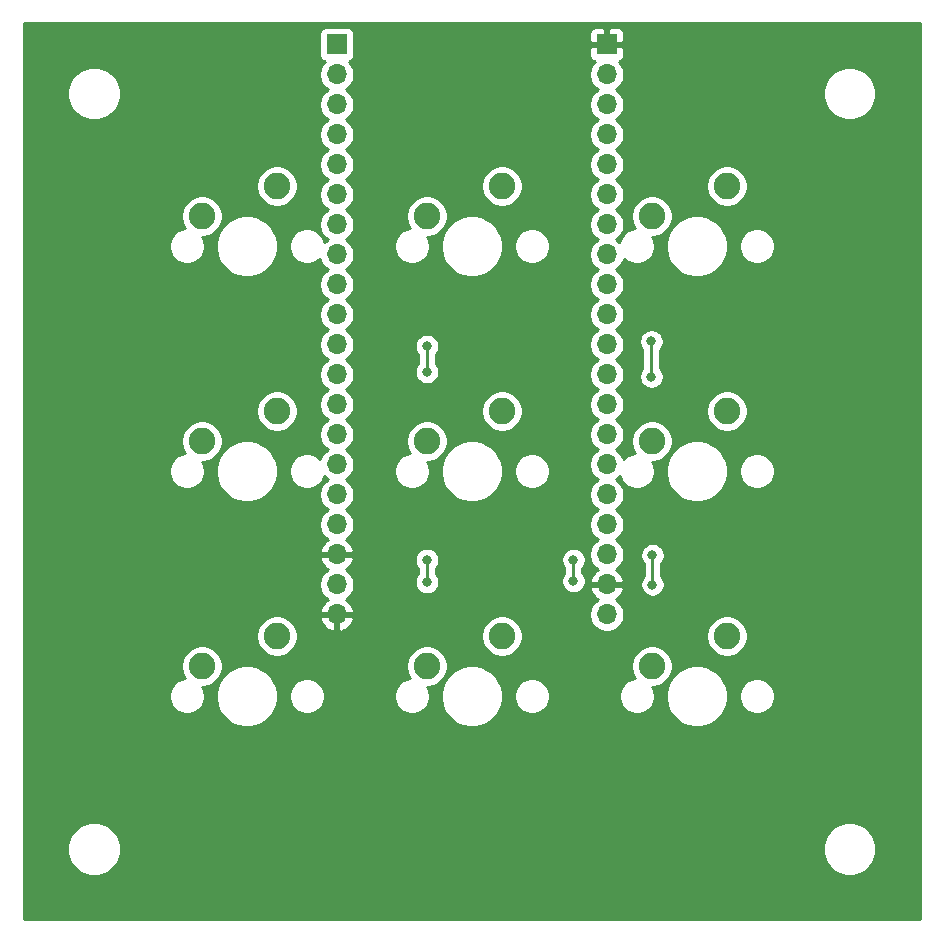
<source format=gbr>
%TF.GenerationSoftware,KiCad,Pcbnew,(5.1.6)-1*%
%TF.CreationDate,2021-09-03T02:09:39-07:00*%
%TF.ProjectId,Rocketboard-9E,526f636b-6574-4626-9f61-72642d39452e,1.0*%
%TF.SameCoordinates,Original*%
%TF.FileFunction,Copper,L1,Top*%
%TF.FilePolarity,Positive*%
%FSLAX46Y46*%
G04 Gerber Fmt 4.6, Leading zero omitted, Abs format (unit mm)*
G04 Created by KiCad (PCBNEW (5.1.6)-1) date 2021-09-03 02:09:39*
%MOMM*%
%LPD*%
G01*
G04 APERTURE LIST*
%TA.AperFunction,ComponentPad*%
%ADD10C,2.250000*%
%TD*%
%TA.AperFunction,ComponentPad*%
%ADD11O,1.700000X1.700000*%
%TD*%
%TA.AperFunction,ComponentPad*%
%ADD12R,1.700000X1.700000*%
%TD*%
%TA.AperFunction,ViaPad*%
%ADD13C,0.800000*%
%TD*%
%TA.AperFunction,Conductor*%
%ADD14C,0.250000*%
%TD*%
%TA.AperFunction,Conductor*%
%ADD15C,0.254000*%
%TD*%
G04 APERTURE END LIST*
D10*
%TO.P,MX9,2*%
%TO.N,Net-(D9-Pad2)*%
X153990000Y-109770000D03*
%TO.P,MX9,1*%
%TO.N,/col2*%
X147640000Y-112310000D03*
%TD*%
%TO.P,MX8,2*%
%TO.N,Net-(D8-Pad2)*%
X134940000Y-109770000D03*
%TO.P,MX8,1*%
%TO.N,/col1*%
X128590000Y-112310000D03*
%TD*%
%TO.P,MX7,2*%
%TO.N,Net-(D7-Pad2)*%
X115890000Y-109770000D03*
%TO.P,MX7,1*%
%TO.N,/col0*%
X109540000Y-112310000D03*
%TD*%
%TO.P,MX6,2*%
%TO.N,Net-(D6-Pad2)*%
X153990000Y-90720000D03*
%TO.P,MX6,1*%
%TO.N,/col2*%
X147640000Y-93260000D03*
%TD*%
%TO.P,MX5,2*%
%TO.N,Net-(D5-Pad2)*%
X134940000Y-90720000D03*
%TO.P,MX5,1*%
%TO.N,/col1*%
X128590000Y-93260000D03*
%TD*%
%TO.P,MX4,2*%
%TO.N,Net-(D4-Pad2)*%
X115890000Y-90720000D03*
%TO.P,MX4,1*%
%TO.N,/col0*%
X109540000Y-93260000D03*
%TD*%
%TO.P,MX3,2*%
%TO.N,Net-(D3-Pad2)*%
X153990000Y-71670000D03*
%TO.P,MX3,1*%
%TO.N,/col2*%
X147640000Y-74210000D03*
%TD*%
%TO.P,MX2,2*%
%TO.N,Net-(D2-Pad2)*%
X134940000Y-71670000D03*
%TO.P,MX2,1*%
%TO.N,/col1*%
X128590000Y-74210000D03*
%TD*%
%TO.P,MX1,1*%
%TO.N,/col0*%
X109540000Y-74210000D03*
%TO.P,MX1,2*%
%TO.N,Net-(D1-Pad2)*%
X115890000Y-71670000D03*
%TD*%
D11*
%TO.P,J2,20*%
%TO.N,GND*%
X120970000Y-107930000D03*
%TO.P,J2,19*%
%TO.N,Net-(J2-Pad19)*%
X120970000Y-105390000D03*
%TO.P,J2,18*%
%TO.N,GND*%
X120970000Y-102850000D03*
%TO.P,J2,17*%
%TO.N,Net-(J2-Pad17)*%
X120970000Y-100310000D03*
%TO.P,J2,16*%
%TO.N,Net-(J2-Pad16)*%
X120970000Y-97770000D03*
%TO.P,J2,15*%
%TO.N,Net-(J2-Pad15)*%
X120970000Y-95230000D03*
%TO.P,J2,14*%
%TO.N,Net-(J2-Pad14)*%
X120970000Y-92690000D03*
%TO.P,J2,13*%
%TO.N,Net-(J2-Pad13)*%
X120970000Y-90150000D03*
%TO.P,J2,12*%
%TO.N,Net-(J2-Pad12)*%
X120970000Y-87610000D03*
%TO.P,J2,11*%
%TO.N,Net-(J2-Pad11)*%
X120970000Y-85070000D03*
%TO.P,J2,10*%
%TO.N,Net-(J2-Pad10)*%
X120970000Y-82530000D03*
%TO.P,J2,9*%
%TO.N,Net-(J2-Pad9)*%
X120970000Y-79990000D03*
%TO.P,J2,8*%
%TO.N,Net-(J2-Pad8)*%
X120970000Y-77450000D03*
%TO.P,J2,7*%
%TO.N,Net-(J2-Pad7)*%
X120970000Y-74910000D03*
%TO.P,J2,6*%
%TO.N,Net-(J2-Pad6)*%
X120970000Y-72370000D03*
%TO.P,J2,5*%
%TO.N,Net-(J2-Pad5)*%
X120970000Y-69830000D03*
%TO.P,J2,4*%
%TO.N,/col2*%
X120970000Y-67290000D03*
%TO.P,J2,3*%
%TO.N,/col1*%
X120970000Y-64750000D03*
%TO.P,J2,2*%
%TO.N,/col0*%
X120970000Y-62210000D03*
D12*
%TO.P,J2,1*%
%TO.N,Net-(J2-Pad1)*%
X120970000Y-59670000D03*
%TD*%
D11*
%TO.P,J1,20*%
%TO.N,Net-(J1-Pad20)*%
X143830000Y-107930000D03*
%TO.P,J1,19*%
%TO.N,GND*%
X143830000Y-105390000D03*
%TO.P,J1,18*%
%TO.N,Net-(J1-Pad18)*%
X143830000Y-102850000D03*
%TO.P,J1,17*%
%TO.N,/row2*%
X143830000Y-100310000D03*
%TO.P,J1,16*%
%TO.N,/row1*%
X143830000Y-97770000D03*
%TO.P,J1,15*%
%TO.N,/row0*%
X143830000Y-95230000D03*
%TO.P,J1,14*%
%TO.N,Net-(J1-Pad14)*%
X143830000Y-92690000D03*
%TO.P,J1,13*%
%TO.N,Net-(J1-Pad13)*%
X143830000Y-90150000D03*
%TO.P,J1,12*%
%TO.N,Net-(J1-Pad12)*%
X143830000Y-87610000D03*
%TO.P,J1,11*%
%TO.N,Net-(J1-Pad11)*%
X143830000Y-85070000D03*
%TO.P,J1,10*%
%TO.N,Net-(J1-Pad10)*%
X143830000Y-82530000D03*
%TO.P,J1,9*%
%TO.N,Net-(J1-Pad9)*%
X143830000Y-79990000D03*
%TO.P,J1,8*%
%TO.N,Net-(J1-Pad8)*%
X143830000Y-77450000D03*
%TO.P,J1,7*%
%TO.N,Net-(J1-Pad7)*%
X143830000Y-74910000D03*
%TO.P,J1,6*%
%TO.N,Net-(J1-Pad6)*%
X143830000Y-72370000D03*
%TO.P,J1,5*%
%TO.N,Net-(J1-Pad5)*%
X143830000Y-69830000D03*
%TO.P,J1,4*%
%TO.N,Net-(J1-Pad4)*%
X143830000Y-67290000D03*
%TO.P,J1,3*%
%TO.N,Net-(J1-Pad3)*%
X143830000Y-64750000D03*
%TO.P,J1,2*%
%TO.N,Net-(J1-Pad2)*%
X143830000Y-62210000D03*
D12*
%TO.P,J1,1*%
%TO.N,GND*%
X143830000Y-59670000D03*
%TD*%
D13*
%TO.N,/row2*%
X141000000Y-103300000D03*
X141000000Y-105100000D03*
%TO.N,GND*%
X130500000Y-70700000D03*
X125000000Y-80000000D03*
X138300000Y-92900000D03*
X146500000Y-80800000D03*
X146400000Y-89800000D03*
X146500000Y-99700000D03*
X140200000Y-88300000D03*
%TO.N,/col2*%
X147600000Y-84800000D03*
X147600000Y-87800000D03*
X147700000Y-102900000D03*
X147700000Y-105400000D03*
%TO.N,/col1*%
X128600000Y-85200000D03*
X128600000Y-87400000D03*
X128600000Y-103300000D03*
X128600000Y-105200000D03*
%TD*%
D14*
%TO.N,/row2*%
X141000000Y-103300000D02*
X141000000Y-105100000D01*
%TO.N,/col2*%
X147600000Y-84800000D02*
X147600000Y-87800000D01*
X147700000Y-102900000D02*
X147700000Y-105400000D01*
%TO.N,/col1*%
X128600000Y-85200000D02*
X128600000Y-87400000D01*
X128600000Y-103300000D02*
X128600000Y-105200000D01*
%TD*%
D15*
%TO.N,GND*%
G36*
X170315001Y-133715000D02*
G01*
X94485000Y-133715000D01*
X94485000Y-127551521D01*
X98155979Y-127551521D01*
X98155979Y-127998479D01*
X98243176Y-128436849D01*
X98414220Y-128849785D01*
X98662536Y-129221417D01*
X98978583Y-129537464D01*
X99350215Y-129785780D01*
X99763151Y-129956824D01*
X100201521Y-130044021D01*
X100648479Y-130044021D01*
X101086849Y-129956824D01*
X101499785Y-129785780D01*
X101871417Y-129537464D01*
X102187464Y-129221417D01*
X102435780Y-128849785D01*
X102606824Y-128436849D01*
X102694021Y-127998479D01*
X102694021Y-127551521D01*
X162105979Y-127551521D01*
X162105979Y-127998479D01*
X162193176Y-128436849D01*
X162364220Y-128849785D01*
X162612536Y-129221417D01*
X162928583Y-129537464D01*
X163300215Y-129785780D01*
X163713151Y-129956824D01*
X164151521Y-130044021D01*
X164598479Y-130044021D01*
X165036849Y-129956824D01*
X165449785Y-129785780D01*
X165821417Y-129537464D01*
X166137464Y-129221417D01*
X166385780Y-128849785D01*
X166556824Y-128436849D01*
X166644021Y-127998479D01*
X166644021Y-127551521D01*
X166556824Y-127113151D01*
X166385780Y-126700215D01*
X166137464Y-126328583D01*
X165821417Y-126012536D01*
X165449785Y-125764220D01*
X165036849Y-125593176D01*
X164598479Y-125505979D01*
X164151521Y-125505979D01*
X163713151Y-125593176D01*
X163300215Y-125764220D01*
X162928583Y-126012536D01*
X162612536Y-126328583D01*
X162364220Y-126700215D01*
X162193176Y-127113151D01*
X162105979Y-127551521D01*
X102694021Y-127551521D01*
X102606824Y-127113151D01*
X102435780Y-126700215D01*
X102187464Y-126328583D01*
X101871417Y-126012536D01*
X101499785Y-125764220D01*
X101086849Y-125593176D01*
X100648479Y-125505979D01*
X100201521Y-125505979D01*
X99763151Y-125593176D01*
X99350215Y-125764220D01*
X98978583Y-126012536D01*
X98662536Y-126328583D01*
X98414220Y-126700215D01*
X98243176Y-127113151D01*
X98155979Y-127551521D01*
X94485000Y-127551521D01*
X94485000Y-114701278D01*
X106760000Y-114701278D01*
X106760000Y-114998722D01*
X106818029Y-115290451D01*
X106931856Y-115565253D01*
X107097107Y-115812569D01*
X107307431Y-116022893D01*
X107554747Y-116188144D01*
X107829549Y-116301971D01*
X108121278Y-116360000D01*
X108418722Y-116360000D01*
X108710451Y-116301971D01*
X108985253Y-116188144D01*
X109232569Y-116022893D01*
X109442893Y-115812569D01*
X109608144Y-115565253D01*
X109721971Y-115290451D01*
X109780000Y-114998722D01*
X109780000Y-114701278D01*
X109758080Y-114591076D01*
X110721100Y-114591076D01*
X110721100Y-115108924D01*
X110822127Y-115616822D01*
X111020299Y-116095251D01*
X111308000Y-116525826D01*
X111674174Y-116892000D01*
X112104749Y-117179701D01*
X112583178Y-117377873D01*
X113091076Y-117478900D01*
X113608924Y-117478900D01*
X114116822Y-117377873D01*
X114595251Y-117179701D01*
X115025826Y-116892000D01*
X115392000Y-116525826D01*
X115679701Y-116095251D01*
X115877873Y-115616822D01*
X115978900Y-115108924D01*
X115978900Y-114701278D01*
X116920000Y-114701278D01*
X116920000Y-114998722D01*
X116978029Y-115290451D01*
X117091856Y-115565253D01*
X117257107Y-115812569D01*
X117467431Y-116022893D01*
X117714747Y-116188144D01*
X117989549Y-116301971D01*
X118281278Y-116360000D01*
X118578722Y-116360000D01*
X118870451Y-116301971D01*
X119145253Y-116188144D01*
X119392569Y-116022893D01*
X119602893Y-115812569D01*
X119768144Y-115565253D01*
X119881971Y-115290451D01*
X119940000Y-114998722D01*
X119940000Y-114701278D01*
X125810000Y-114701278D01*
X125810000Y-114998722D01*
X125868029Y-115290451D01*
X125981856Y-115565253D01*
X126147107Y-115812569D01*
X126357431Y-116022893D01*
X126604747Y-116188144D01*
X126879549Y-116301971D01*
X127171278Y-116360000D01*
X127468722Y-116360000D01*
X127760451Y-116301971D01*
X128035253Y-116188144D01*
X128282569Y-116022893D01*
X128492893Y-115812569D01*
X128658144Y-115565253D01*
X128771971Y-115290451D01*
X128830000Y-114998722D01*
X128830000Y-114701278D01*
X128808080Y-114591076D01*
X129771100Y-114591076D01*
X129771100Y-115108924D01*
X129872127Y-115616822D01*
X130070299Y-116095251D01*
X130358000Y-116525826D01*
X130724174Y-116892000D01*
X131154749Y-117179701D01*
X131633178Y-117377873D01*
X132141076Y-117478900D01*
X132658924Y-117478900D01*
X133166822Y-117377873D01*
X133645251Y-117179701D01*
X134075826Y-116892000D01*
X134442000Y-116525826D01*
X134729701Y-116095251D01*
X134927873Y-115616822D01*
X135028900Y-115108924D01*
X135028900Y-114701278D01*
X135970000Y-114701278D01*
X135970000Y-114998722D01*
X136028029Y-115290451D01*
X136141856Y-115565253D01*
X136307107Y-115812569D01*
X136517431Y-116022893D01*
X136764747Y-116188144D01*
X137039549Y-116301971D01*
X137331278Y-116360000D01*
X137628722Y-116360000D01*
X137920451Y-116301971D01*
X138195253Y-116188144D01*
X138442569Y-116022893D01*
X138652893Y-115812569D01*
X138818144Y-115565253D01*
X138931971Y-115290451D01*
X138990000Y-114998722D01*
X138990000Y-114701278D01*
X144860000Y-114701278D01*
X144860000Y-114998722D01*
X144918029Y-115290451D01*
X145031856Y-115565253D01*
X145197107Y-115812569D01*
X145407431Y-116022893D01*
X145654747Y-116188144D01*
X145929549Y-116301971D01*
X146221278Y-116360000D01*
X146518722Y-116360000D01*
X146810451Y-116301971D01*
X147085253Y-116188144D01*
X147332569Y-116022893D01*
X147542893Y-115812569D01*
X147708144Y-115565253D01*
X147821971Y-115290451D01*
X147880000Y-114998722D01*
X147880000Y-114701278D01*
X147858080Y-114591076D01*
X148821100Y-114591076D01*
X148821100Y-115108924D01*
X148922127Y-115616822D01*
X149120299Y-116095251D01*
X149408000Y-116525826D01*
X149774174Y-116892000D01*
X150204749Y-117179701D01*
X150683178Y-117377873D01*
X151191076Y-117478900D01*
X151708924Y-117478900D01*
X152216822Y-117377873D01*
X152695251Y-117179701D01*
X153125826Y-116892000D01*
X153492000Y-116525826D01*
X153779701Y-116095251D01*
X153977873Y-115616822D01*
X154078900Y-115108924D01*
X154078900Y-114701278D01*
X155020000Y-114701278D01*
X155020000Y-114998722D01*
X155078029Y-115290451D01*
X155191856Y-115565253D01*
X155357107Y-115812569D01*
X155567431Y-116022893D01*
X155814747Y-116188144D01*
X156089549Y-116301971D01*
X156381278Y-116360000D01*
X156678722Y-116360000D01*
X156970451Y-116301971D01*
X157245253Y-116188144D01*
X157492569Y-116022893D01*
X157702893Y-115812569D01*
X157868144Y-115565253D01*
X157981971Y-115290451D01*
X158040000Y-114998722D01*
X158040000Y-114701278D01*
X157981971Y-114409549D01*
X157868144Y-114134747D01*
X157702893Y-113887431D01*
X157492569Y-113677107D01*
X157245253Y-113511856D01*
X156970451Y-113398029D01*
X156678722Y-113340000D01*
X156381278Y-113340000D01*
X156089549Y-113398029D01*
X155814747Y-113511856D01*
X155567431Y-113677107D01*
X155357107Y-113887431D01*
X155191856Y-114134747D01*
X155078029Y-114409549D01*
X155020000Y-114701278D01*
X154078900Y-114701278D01*
X154078900Y-114591076D01*
X153977873Y-114083178D01*
X153779701Y-113604749D01*
X153492000Y-113174174D01*
X153125826Y-112808000D01*
X152695251Y-112520299D01*
X152216822Y-112322127D01*
X151708924Y-112221100D01*
X151191076Y-112221100D01*
X150683178Y-112322127D01*
X150204749Y-112520299D01*
X149774174Y-112808000D01*
X149408000Y-113174174D01*
X149120299Y-113604749D01*
X148922127Y-114083178D01*
X148821100Y-114591076D01*
X147858080Y-114591076D01*
X147821971Y-114409549D01*
X147708144Y-114134747D01*
X147664882Y-114070000D01*
X147813345Y-114070000D01*
X148153373Y-114002364D01*
X148473673Y-113869692D01*
X148761935Y-113677081D01*
X149007081Y-113431935D01*
X149199692Y-113143673D01*
X149332364Y-112823373D01*
X149400000Y-112483345D01*
X149400000Y-112136655D01*
X149332364Y-111796627D01*
X149199692Y-111476327D01*
X149007081Y-111188065D01*
X148761935Y-110942919D01*
X148473673Y-110750308D01*
X148153373Y-110617636D01*
X147813345Y-110550000D01*
X147466655Y-110550000D01*
X147126627Y-110617636D01*
X146806327Y-110750308D01*
X146518065Y-110942919D01*
X146272919Y-111188065D01*
X146080308Y-111476327D01*
X145947636Y-111796627D01*
X145880000Y-112136655D01*
X145880000Y-112483345D01*
X145947636Y-112823373D01*
X146080308Y-113143673D01*
X146212638Y-113341719D01*
X145929549Y-113398029D01*
X145654747Y-113511856D01*
X145407431Y-113677107D01*
X145197107Y-113887431D01*
X145031856Y-114134747D01*
X144918029Y-114409549D01*
X144860000Y-114701278D01*
X138990000Y-114701278D01*
X138931971Y-114409549D01*
X138818144Y-114134747D01*
X138652893Y-113887431D01*
X138442569Y-113677107D01*
X138195253Y-113511856D01*
X137920451Y-113398029D01*
X137628722Y-113340000D01*
X137331278Y-113340000D01*
X137039549Y-113398029D01*
X136764747Y-113511856D01*
X136517431Y-113677107D01*
X136307107Y-113887431D01*
X136141856Y-114134747D01*
X136028029Y-114409549D01*
X135970000Y-114701278D01*
X135028900Y-114701278D01*
X135028900Y-114591076D01*
X134927873Y-114083178D01*
X134729701Y-113604749D01*
X134442000Y-113174174D01*
X134075826Y-112808000D01*
X133645251Y-112520299D01*
X133166822Y-112322127D01*
X132658924Y-112221100D01*
X132141076Y-112221100D01*
X131633178Y-112322127D01*
X131154749Y-112520299D01*
X130724174Y-112808000D01*
X130358000Y-113174174D01*
X130070299Y-113604749D01*
X129872127Y-114083178D01*
X129771100Y-114591076D01*
X128808080Y-114591076D01*
X128771971Y-114409549D01*
X128658144Y-114134747D01*
X128614882Y-114070000D01*
X128763345Y-114070000D01*
X129103373Y-114002364D01*
X129423673Y-113869692D01*
X129711935Y-113677081D01*
X129957081Y-113431935D01*
X130149692Y-113143673D01*
X130282364Y-112823373D01*
X130350000Y-112483345D01*
X130350000Y-112136655D01*
X130282364Y-111796627D01*
X130149692Y-111476327D01*
X129957081Y-111188065D01*
X129711935Y-110942919D01*
X129423673Y-110750308D01*
X129103373Y-110617636D01*
X128763345Y-110550000D01*
X128416655Y-110550000D01*
X128076627Y-110617636D01*
X127756327Y-110750308D01*
X127468065Y-110942919D01*
X127222919Y-111188065D01*
X127030308Y-111476327D01*
X126897636Y-111796627D01*
X126830000Y-112136655D01*
X126830000Y-112483345D01*
X126897636Y-112823373D01*
X127030308Y-113143673D01*
X127162638Y-113341719D01*
X126879549Y-113398029D01*
X126604747Y-113511856D01*
X126357431Y-113677107D01*
X126147107Y-113887431D01*
X125981856Y-114134747D01*
X125868029Y-114409549D01*
X125810000Y-114701278D01*
X119940000Y-114701278D01*
X119881971Y-114409549D01*
X119768144Y-114134747D01*
X119602893Y-113887431D01*
X119392569Y-113677107D01*
X119145253Y-113511856D01*
X118870451Y-113398029D01*
X118578722Y-113340000D01*
X118281278Y-113340000D01*
X117989549Y-113398029D01*
X117714747Y-113511856D01*
X117467431Y-113677107D01*
X117257107Y-113887431D01*
X117091856Y-114134747D01*
X116978029Y-114409549D01*
X116920000Y-114701278D01*
X115978900Y-114701278D01*
X115978900Y-114591076D01*
X115877873Y-114083178D01*
X115679701Y-113604749D01*
X115392000Y-113174174D01*
X115025826Y-112808000D01*
X114595251Y-112520299D01*
X114116822Y-112322127D01*
X113608924Y-112221100D01*
X113091076Y-112221100D01*
X112583178Y-112322127D01*
X112104749Y-112520299D01*
X111674174Y-112808000D01*
X111308000Y-113174174D01*
X111020299Y-113604749D01*
X110822127Y-114083178D01*
X110721100Y-114591076D01*
X109758080Y-114591076D01*
X109721971Y-114409549D01*
X109608144Y-114134747D01*
X109564882Y-114070000D01*
X109713345Y-114070000D01*
X110053373Y-114002364D01*
X110373673Y-113869692D01*
X110661935Y-113677081D01*
X110907081Y-113431935D01*
X111099692Y-113143673D01*
X111232364Y-112823373D01*
X111300000Y-112483345D01*
X111300000Y-112136655D01*
X111232364Y-111796627D01*
X111099692Y-111476327D01*
X110907081Y-111188065D01*
X110661935Y-110942919D01*
X110373673Y-110750308D01*
X110053373Y-110617636D01*
X109713345Y-110550000D01*
X109366655Y-110550000D01*
X109026627Y-110617636D01*
X108706327Y-110750308D01*
X108418065Y-110942919D01*
X108172919Y-111188065D01*
X107980308Y-111476327D01*
X107847636Y-111796627D01*
X107780000Y-112136655D01*
X107780000Y-112483345D01*
X107847636Y-112823373D01*
X107980308Y-113143673D01*
X108112638Y-113341719D01*
X107829549Y-113398029D01*
X107554747Y-113511856D01*
X107307431Y-113677107D01*
X107097107Y-113887431D01*
X106931856Y-114134747D01*
X106818029Y-114409549D01*
X106760000Y-114701278D01*
X94485000Y-114701278D01*
X94485000Y-109596655D01*
X114130000Y-109596655D01*
X114130000Y-109943345D01*
X114197636Y-110283373D01*
X114330308Y-110603673D01*
X114522919Y-110891935D01*
X114768065Y-111137081D01*
X115056327Y-111329692D01*
X115376627Y-111462364D01*
X115716655Y-111530000D01*
X116063345Y-111530000D01*
X116403373Y-111462364D01*
X116723673Y-111329692D01*
X117011935Y-111137081D01*
X117257081Y-110891935D01*
X117449692Y-110603673D01*
X117582364Y-110283373D01*
X117650000Y-109943345D01*
X117650000Y-109596655D01*
X133180000Y-109596655D01*
X133180000Y-109943345D01*
X133247636Y-110283373D01*
X133380308Y-110603673D01*
X133572919Y-110891935D01*
X133818065Y-111137081D01*
X134106327Y-111329692D01*
X134426627Y-111462364D01*
X134766655Y-111530000D01*
X135113345Y-111530000D01*
X135453373Y-111462364D01*
X135773673Y-111329692D01*
X136061935Y-111137081D01*
X136307081Y-110891935D01*
X136499692Y-110603673D01*
X136632364Y-110283373D01*
X136700000Y-109943345D01*
X136700000Y-109596655D01*
X152230000Y-109596655D01*
X152230000Y-109943345D01*
X152297636Y-110283373D01*
X152430308Y-110603673D01*
X152622919Y-110891935D01*
X152868065Y-111137081D01*
X153156327Y-111329692D01*
X153476627Y-111462364D01*
X153816655Y-111530000D01*
X154163345Y-111530000D01*
X154503373Y-111462364D01*
X154823673Y-111329692D01*
X155111935Y-111137081D01*
X155357081Y-110891935D01*
X155549692Y-110603673D01*
X155682364Y-110283373D01*
X155750000Y-109943345D01*
X155750000Y-109596655D01*
X155682364Y-109256627D01*
X155549692Y-108936327D01*
X155357081Y-108648065D01*
X155111935Y-108402919D01*
X154823673Y-108210308D01*
X154503373Y-108077636D01*
X154163345Y-108010000D01*
X153816655Y-108010000D01*
X153476627Y-108077636D01*
X153156327Y-108210308D01*
X152868065Y-108402919D01*
X152622919Y-108648065D01*
X152430308Y-108936327D01*
X152297636Y-109256627D01*
X152230000Y-109596655D01*
X136700000Y-109596655D01*
X136632364Y-109256627D01*
X136499692Y-108936327D01*
X136307081Y-108648065D01*
X136061935Y-108402919D01*
X135773673Y-108210308D01*
X135453373Y-108077636D01*
X135113345Y-108010000D01*
X134766655Y-108010000D01*
X134426627Y-108077636D01*
X134106327Y-108210308D01*
X133818065Y-108402919D01*
X133572919Y-108648065D01*
X133380308Y-108936327D01*
X133247636Y-109256627D01*
X133180000Y-109596655D01*
X117650000Y-109596655D01*
X117582364Y-109256627D01*
X117449692Y-108936327D01*
X117257081Y-108648065D01*
X117011935Y-108402919D01*
X116838286Y-108286890D01*
X119528524Y-108286890D01*
X119573175Y-108434099D01*
X119698359Y-108696920D01*
X119872412Y-108930269D01*
X120088645Y-109125178D01*
X120338748Y-109274157D01*
X120613109Y-109371481D01*
X120843000Y-109250814D01*
X120843000Y-108057000D01*
X121097000Y-108057000D01*
X121097000Y-109250814D01*
X121326891Y-109371481D01*
X121601252Y-109274157D01*
X121851355Y-109125178D01*
X122067588Y-108930269D01*
X122241641Y-108696920D01*
X122366825Y-108434099D01*
X122411476Y-108286890D01*
X122290155Y-108057000D01*
X121097000Y-108057000D01*
X120843000Y-108057000D01*
X119649845Y-108057000D01*
X119528524Y-108286890D01*
X116838286Y-108286890D01*
X116723673Y-108210308D01*
X116403373Y-108077636D01*
X116063345Y-108010000D01*
X115716655Y-108010000D01*
X115376627Y-108077636D01*
X115056327Y-108210308D01*
X114768065Y-108402919D01*
X114522919Y-108648065D01*
X114330308Y-108936327D01*
X114197636Y-109256627D01*
X114130000Y-109596655D01*
X94485000Y-109596655D01*
X94485000Y-105243740D01*
X119485000Y-105243740D01*
X119485000Y-105536260D01*
X119542068Y-105823158D01*
X119654010Y-106093411D01*
X119816525Y-106336632D01*
X120023368Y-106543475D01*
X120205534Y-106665195D01*
X120088645Y-106734822D01*
X119872412Y-106929731D01*
X119698359Y-107163080D01*
X119573175Y-107425901D01*
X119528524Y-107573110D01*
X119649845Y-107803000D01*
X120843000Y-107803000D01*
X120843000Y-107783000D01*
X121097000Y-107783000D01*
X121097000Y-107803000D01*
X122290155Y-107803000D01*
X122300319Y-107783740D01*
X142345000Y-107783740D01*
X142345000Y-108076260D01*
X142402068Y-108363158D01*
X142514010Y-108633411D01*
X142676525Y-108876632D01*
X142883368Y-109083475D01*
X143126589Y-109245990D01*
X143396842Y-109357932D01*
X143683740Y-109415000D01*
X143976260Y-109415000D01*
X144263158Y-109357932D01*
X144533411Y-109245990D01*
X144776632Y-109083475D01*
X144983475Y-108876632D01*
X145145990Y-108633411D01*
X145257932Y-108363158D01*
X145315000Y-108076260D01*
X145315000Y-107783740D01*
X145257932Y-107496842D01*
X145145990Y-107226589D01*
X144983475Y-106983368D01*
X144776632Y-106776525D01*
X144594466Y-106654805D01*
X144711355Y-106585178D01*
X144927588Y-106390269D01*
X145101641Y-106156920D01*
X145226825Y-105894099D01*
X145271476Y-105746890D01*
X145150155Y-105517000D01*
X143957000Y-105517000D01*
X143957000Y-105537000D01*
X143703000Y-105537000D01*
X143703000Y-105517000D01*
X142509845Y-105517000D01*
X142388524Y-105746890D01*
X142433175Y-105894099D01*
X142558359Y-106156920D01*
X142732412Y-106390269D01*
X142948645Y-106585178D01*
X143065534Y-106654805D01*
X142883368Y-106776525D01*
X142676525Y-106983368D01*
X142514010Y-107226589D01*
X142402068Y-107496842D01*
X142345000Y-107783740D01*
X122300319Y-107783740D01*
X122411476Y-107573110D01*
X122366825Y-107425901D01*
X122241641Y-107163080D01*
X122067588Y-106929731D01*
X121851355Y-106734822D01*
X121734466Y-106665195D01*
X121916632Y-106543475D01*
X122123475Y-106336632D01*
X122285990Y-106093411D01*
X122397932Y-105823158D01*
X122455000Y-105536260D01*
X122455000Y-105243740D01*
X122397932Y-104956842D01*
X122285990Y-104686589D01*
X122123475Y-104443368D01*
X121916632Y-104236525D01*
X121734466Y-104114805D01*
X121851355Y-104045178D01*
X122067588Y-103850269D01*
X122241641Y-103616920D01*
X122366825Y-103354099D01*
X122411476Y-103206890D01*
X122406817Y-103198061D01*
X127565000Y-103198061D01*
X127565000Y-103401939D01*
X127604774Y-103601898D01*
X127682795Y-103790256D01*
X127796063Y-103959774D01*
X127840000Y-104003711D01*
X127840001Y-104496288D01*
X127796063Y-104540226D01*
X127682795Y-104709744D01*
X127604774Y-104898102D01*
X127565000Y-105098061D01*
X127565000Y-105301939D01*
X127604774Y-105501898D01*
X127682795Y-105690256D01*
X127796063Y-105859774D01*
X127940226Y-106003937D01*
X128109744Y-106117205D01*
X128298102Y-106195226D01*
X128498061Y-106235000D01*
X128701939Y-106235000D01*
X128901898Y-106195226D01*
X129090256Y-106117205D01*
X129259774Y-106003937D01*
X129403937Y-105859774D01*
X129517205Y-105690256D01*
X129595226Y-105501898D01*
X129635000Y-105301939D01*
X129635000Y-105098061D01*
X129595226Y-104898102D01*
X129517205Y-104709744D01*
X129403937Y-104540226D01*
X129360000Y-104496289D01*
X129360000Y-104003711D01*
X129403937Y-103959774D01*
X129517205Y-103790256D01*
X129595226Y-103601898D01*
X129635000Y-103401939D01*
X129635000Y-103198061D01*
X139965000Y-103198061D01*
X139965000Y-103401939D01*
X140004774Y-103601898D01*
X140082795Y-103790256D01*
X140196063Y-103959774D01*
X140240000Y-104003711D01*
X140240001Y-104396288D01*
X140196063Y-104440226D01*
X140082795Y-104609744D01*
X140004774Y-104798102D01*
X139965000Y-104998061D01*
X139965000Y-105201939D01*
X140004774Y-105401898D01*
X140082795Y-105590256D01*
X140196063Y-105759774D01*
X140340226Y-105903937D01*
X140509744Y-106017205D01*
X140698102Y-106095226D01*
X140898061Y-106135000D01*
X141101939Y-106135000D01*
X141301898Y-106095226D01*
X141490256Y-106017205D01*
X141659774Y-105903937D01*
X141803937Y-105759774D01*
X141917205Y-105590256D01*
X141995226Y-105401898D01*
X142035000Y-105201939D01*
X142035000Y-104998061D01*
X141995226Y-104798102D01*
X141917205Y-104609744D01*
X141803937Y-104440226D01*
X141760000Y-104396289D01*
X141760000Y-104003711D01*
X141803937Y-103959774D01*
X141917205Y-103790256D01*
X141995226Y-103601898D01*
X142035000Y-103401939D01*
X142035000Y-103198061D01*
X141995226Y-102998102D01*
X141917205Y-102809744D01*
X141803937Y-102640226D01*
X141659774Y-102496063D01*
X141490256Y-102382795D01*
X141301898Y-102304774D01*
X141101939Y-102265000D01*
X140898061Y-102265000D01*
X140698102Y-102304774D01*
X140509744Y-102382795D01*
X140340226Y-102496063D01*
X140196063Y-102640226D01*
X140082795Y-102809744D01*
X140004774Y-102998102D01*
X139965000Y-103198061D01*
X129635000Y-103198061D01*
X129595226Y-102998102D01*
X129517205Y-102809744D01*
X129403937Y-102640226D01*
X129259774Y-102496063D01*
X129090256Y-102382795D01*
X128901898Y-102304774D01*
X128701939Y-102265000D01*
X128498061Y-102265000D01*
X128298102Y-102304774D01*
X128109744Y-102382795D01*
X127940226Y-102496063D01*
X127796063Y-102640226D01*
X127682795Y-102809744D01*
X127604774Y-102998102D01*
X127565000Y-103198061D01*
X122406817Y-103198061D01*
X122290155Y-102977000D01*
X121097000Y-102977000D01*
X121097000Y-102997000D01*
X120843000Y-102997000D01*
X120843000Y-102977000D01*
X119649845Y-102977000D01*
X119528524Y-103206890D01*
X119573175Y-103354099D01*
X119698359Y-103616920D01*
X119872412Y-103850269D01*
X120088645Y-104045178D01*
X120205534Y-104114805D01*
X120023368Y-104236525D01*
X119816525Y-104443368D01*
X119654010Y-104686589D01*
X119542068Y-104956842D01*
X119485000Y-105243740D01*
X94485000Y-105243740D01*
X94485000Y-95651278D01*
X106760000Y-95651278D01*
X106760000Y-95948722D01*
X106818029Y-96240451D01*
X106931856Y-96515253D01*
X107097107Y-96762569D01*
X107307431Y-96972893D01*
X107554747Y-97138144D01*
X107829549Y-97251971D01*
X108121278Y-97310000D01*
X108418722Y-97310000D01*
X108710451Y-97251971D01*
X108985253Y-97138144D01*
X109232569Y-96972893D01*
X109442893Y-96762569D01*
X109608144Y-96515253D01*
X109721971Y-96240451D01*
X109780000Y-95948722D01*
X109780000Y-95651278D01*
X109758080Y-95541076D01*
X110721100Y-95541076D01*
X110721100Y-96058924D01*
X110822127Y-96566822D01*
X111020299Y-97045251D01*
X111308000Y-97475826D01*
X111674174Y-97842000D01*
X112104749Y-98129701D01*
X112583178Y-98327873D01*
X113091076Y-98428900D01*
X113608924Y-98428900D01*
X114116822Y-98327873D01*
X114595251Y-98129701D01*
X115025826Y-97842000D01*
X115392000Y-97475826D01*
X115679701Y-97045251D01*
X115877873Y-96566822D01*
X115978900Y-96058924D01*
X115978900Y-95541076D01*
X115877873Y-95033178D01*
X115679701Y-94554749D01*
X115392000Y-94124174D01*
X115025826Y-93758000D01*
X114595251Y-93470299D01*
X114116822Y-93272127D01*
X113608924Y-93171100D01*
X113091076Y-93171100D01*
X112583178Y-93272127D01*
X112104749Y-93470299D01*
X111674174Y-93758000D01*
X111308000Y-94124174D01*
X111020299Y-94554749D01*
X110822127Y-95033178D01*
X110721100Y-95541076D01*
X109758080Y-95541076D01*
X109721971Y-95359549D01*
X109608144Y-95084747D01*
X109564882Y-95020000D01*
X109713345Y-95020000D01*
X110053373Y-94952364D01*
X110373673Y-94819692D01*
X110661935Y-94627081D01*
X110907081Y-94381935D01*
X111099692Y-94093673D01*
X111232364Y-93773373D01*
X111300000Y-93433345D01*
X111300000Y-93086655D01*
X111232364Y-92746627D01*
X111099692Y-92426327D01*
X110907081Y-92138065D01*
X110661935Y-91892919D01*
X110373673Y-91700308D01*
X110053373Y-91567636D01*
X109713345Y-91500000D01*
X109366655Y-91500000D01*
X109026627Y-91567636D01*
X108706327Y-91700308D01*
X108418065Y-91892919D01*
X108172919Y-92138065D01*
X107980308Y-92426327D01*
X107847636Y-92746627D01*
X107780000Y-93086655D01*
X107780000Y-93433345D01*
X107847636Y-93773373D01*
X107980308Y-94093673D01*
X108112638Y-94291719D01*
X107829549Y-94348029D01*
X107554747Y-94461856D01*
X107307431Y-94627107D01*
X107097107Y-94837431D01*
X106931856Y-95084747D01*
X106818029Y-95359549D01*
X106760000Y-95651278D01*
X94485000Y-95651278D01*
X94485000Y-90546655D01*
X114130000Y-90546655D01*
X114130000Y-90893345D01*
X114197636Y-91233373D01*
X114330308Y-91553673D01*
X114522919Y-91841935D01*
X114768065Y-92087081D01*
X115056327Y-92279692D01*
X115376627Y-92412364D01*
X115716655Y-92480000D01*
X116063345Y-92480000D01*
X116403373Y-92412364D01*
X116723673Y-92279692D01*
X117011935Y-92087081D01*
X117257081Y-91841935D01*
X117449692Y-91553673D01*
X117582364Y-91233373D01*
X117650000Y-90893345D01*
X117650000Y-90546655D01*
X117582364Y-90206627D01*
X117449692Y-89886327D01*
X117257081Y-89598065D01*
X117011935Y-89352919D01*
X116723673Y-89160308D01*
X116403373Y-89027636D01*
X116063345Y-88960000D01*
X115716655Y-88960000D01*
X115376627Y-89027636D01*
X115056327Y-89160308D01*
X114768065Y-89352919D01*
X114522919Y-89598065D01*
X114330308Y-89886327D01*
X114197636Y-90206627D01*
X114130000Y-90546655D01*
X94485000Y-90546655D01*
X94485000Y-76601278D01*
X106760000Y-76601278D01*
X106760000Y-76898722D01*
X106818029Y-77190451D01*
X106931856Y-77465253D01*
X107097107Y-77712569D01*
X107307431Y-77922893D01*
X107554747Y-78088144D01*
X107829549Y-78201971D01*
X108121278Y-78260000D01*
X108418722Y-78260000D01*
X108710451Y-78201971D01*
X108985253Y-78088144D01*
X109232569Y-77922893D01*
X109442893Y-77712569D01*
X109608144Y-77465253D01*
X109721971Y-77190451D01*
X109780000Y-76898722D01*
X109780000Y-76601278D01*
X109758080Y-76491076D01*
X110721100Y-76491076D01*
X110721100Y-77008924D01*
X110822127Y-77516822D01*
X111020299Y-77995251D01*
X111308000Y-78425826D01*
X111674174Y-78792000D01*
X112104749Y-79079701D01*
X112583178Y-79277873D01*
X113091076Y-79378900D01*
X113608924Y-79378900D01*
X114116822Y-79277873D01*
X114595251Y-79079701D01*
X115025826Y-78792000D01*
X115392000Y-78425826D01*
X115679701Y-77995251D01*
X115877873Y-77516822D01*
X115978900Y-77008924D01*
X115978900Y-76601278D01*
X116920000Y-76601278D01*
X116920000Y-76898722D01*
X116978029Y-77190451D01*
X117091856Y-77465253D01*
X117257107Y-77712569D01*
X117467431Y-77922893D01*
X117714747Y-78088144D01*
X117989549Y-78201971D01*
X118281278Y-78260000D01*
X118578722Y-78260000D01*
X118870451Y-78201971D01*
X119145253Y-78088144D01*
X119392569Y-77922893D01*
X119523857Y-77791605D01*
X119542068Y-77883158D01*
X119654010Y-78153411D01*
X119816525Y-78396632D01*
X120023368Y-78603475D01*
X120197760Y-78720000D01*
X120023368Y-78836525D01*
X119816525Y-79043368D01*
X119654010Y-79286589D01*
X119542068Y-79556842D01*
X119485000Y-79843740D01*
X119485000Y-80136260D01*
X119542068Y-80423158D01*
X119654010Y-80693411D01*
X119816525Y-80936632D01*
X120023368Y-81143475D01*
X120197760Y-81260000D01*
X120023368Y-81376525D01*
X119816525Y-81583368D01*
X119654010Y-81826589D01*
X119542068Y-82096842D01*
X119485000Y-82383740D01*
X119485000Y-82676260D01*
X119542068Y-82963158D01*
X119654010Y-83233411D01*
X119816525Y-83476632D01*
X120023368Y-83683475D01*
X120197760Y-83800000D01*
X120023368Y-83916525D01*
X119816525Y-84123368D01*
X119654010Y-84366589D01*
X119542068Y-84636842D01*
X119485000Y-84923740D01*
X119485000Y-85216260D01*
X119542068Y-85503158D01*
X119654010Y-85773411D01*
X119816525Y-86016632D01*
X120023368Y-86223475D01*
X120197760Y-86340000D01*
X120023368Y-86456525D01*
X119816525Y-86663368D01*
X119654010Y-86906589D01*
X119542068Y-87176842D01*
X119485000Y-87463740D01*
X119485000Y-87756260D01*
X119542068Y-88043158D01*
X119654010Y-88313411D01*
X119816525Y-88556632D01*
X120023368Y-88763475D01*
X120197760Y-88880000D01*
X120023368Y-88996525D01*
X119816525Y-89203368D01*
X119654010Y-89446589D01*
X119542068Y-89716842D01*
X119485000Y-90003740D01*
X119485000Y-90296260D01*
X119542068Y-90583158D01*
X119654010Y-90853411D01*
X119816525Y-91096632D01*
X120023368Y-91303475D01*
X120197760Y-91420000D01*
X120023368Y-91536525D01*
X119816525Y-91743368D01*
X119654010Y-91986589D01*
X119542068Y-92256842D01*
X119485000Y-92543740D01*
X119485000Y-92836260D01*
X119542068Y-93123158D01*
X119654010Y-93393411D01*
X119816525Y-93636632D01*
X120023368Y-93843475D01*
X120197760Y-93960000D01*
X120023368Y-94076525D01*
X119816525Y-94283368D01*
X119654010Y-94526589D01*
X119547995Y-94782533D01*
X119392569Y-94627107D01*
X119145253Y-94461856D01*
X118870451Y-94348029D01*
X118578722Y-94290000D01*
X118281278Y-94290000D01*
X117989549Y-94348029D01*
X117714747Y-94461856D01*
X117467431Y-94627107D01*
X117257107Y-94837431D01*
X117091856Y-95084747D01*
X116978029Y-95359549D01*
X116920000Y-95651278D01*
X116920000Y-95948722D01*
X116978029Y-96240451D01*
X117091856Y-96515253D01*
X117257107Y-96762569D01*
X117467431Y-96972893D01*
X117714747Y-97138144D01*
X117989549Y-97251971D01*
X118281278Y-97310000D01*
X118578722Y-97310000D01*
X118870451Y-97251971D01*
X119145253Y-97138144D01*
X119392569Y-96972893D01*
X119602893Y-96762569D01*
X119768144Y-96515253D01*
X119881494Y-96241601D01*
X120023368Y-96383475D01*
X120197760Y-96500000D01*
X120023368Y-96616525D01*
X119816525Y-96823368D01*
X119654010Y-97066589D01*
X119542068Y-97336842D01*
X119485000Y-97623740D01*
X119485000Y-97916260D01*
X119542068Y-98203158D01*
X119654010Y-98473411D01*
X119816525Y-98716632D01*
X120023368Y-98923475D01*
X120197760Y-99040000D01*
X120023368Y-99156525D01*
X119816525Y-99363368D01*
X119654010Y-99606589D01*
X119542068Y-99876842D01*
X119485000Y-100163740D01*
X119485000Y-100456260D01*
X119542068Y-100743158D01*
X119654010Y-101013411D01*
X119816525Y-101256632D01*
X120023368Y-101463475D01*
X120205534Y-101585195D01*
X120088645Y-101654822D01*
X119872412Y-101849731D01*
X119698359Y-102083080D01*
X119573175Y-102345901D01*
X119528524Y-102493110D01*
X119649845Y-102723000D01*
X120843000Y-102723000D01*
X120843000Y-102703000D01*
X121097000Y-102703000D01*
X121097000Y-102723000D01*
X122290155Y-102723000D01*
X122411476Y-102493110D01*
X122366825Y-102345901D01*
X122241641Y-102083080D01*
X122067588Y-101849731D01*
X121851355Y-101654822D01*
X121734466Y-101585195D01*
X121916632Y-101463475D01*
X122123475Y-101256632D01*
X122285990Y-101013411D01*
X122397932Y-100743158D01*
X122455000Y-100456260D01*
X122455000Y-100163740D01*
X122397932Y-99876842D01*
X122285990Y-99606589D01*
X122123475Y-99363368D01*
X121916632Y-99156525D01*
X121742240Y-99040000D01*
X121916632Y-98923475D01*
X122123475Y-98716632D01*
X122285990Y-98473411D01*
X122397932Y-98203158D01*
X122455000Y-97916260D01*
X122455000Y-97623740D01*
X122397932Y-97336842D01*
X122285990Y-97066589D01*
X122123475Y-96823368D01*
X121916632Y-96616525D01*
X121742240Y-96500000D01*
X121916632Y-96383475D01*
X122123475Y-96176632D01*
X122285990Y-95933411D01*
X122397932Y-95663158D01*
X122400295Y-95651278D01*
X125810000Y-95651278D01*
X125810000Y-95948722D01*
X125868029Y-96240451D01*
X125981856Y-96515253D01*
X126147107Y-96762569D01*
X126357431Y-96972893D01*
X126604747Y-97138144D01*
X126879549Y-97251971D01*
X127171278Y-97310000D01*
X127468722Y-97310000D01*
X127760451Y-97251971D01*
X128035253Y-97138144D01*
X128282569Y-96972893D01*
X128492893Y-96762569D01*
X128658144Y-96515253D01*
X128771971Y-96240451D01*
X128830000Y-95948722D01*
X128830000Y-95651278D01*
X128808080Y-95541076D01*
X129771100Y-95541076D01*
X129771100Y-96058924D01*
X129872127Y-96566822D01*
X130070299Y-97045251D01*
X130358000Y-97475826D01*
X130724174Y-97842000D01*
X131154749Y-98129701D01*
X131633178Y-98327873D01*
X132141076Y-98428900D01*
X132658924Y-98428900D01*
X133166822Y-98327873D01*
X133645251Y-98129701D01*
X134075826Y-97842000D01*
X134442000Y-97475826D01*
X134729701Y-97045251D01*
X134927873Y-96566822D01*
X135028900Y-96058924D01*
X135028900Y-95651278D01*
X135970000Y-95651278D01*
X135970000Y-95948722D01*
X136028029Y-96240451D01*
X136141856Y-96515253D01*
X136307107Y-96762569D01*
X136517431Y-96972893D01*
X136764747Y-97138144D01*
X137039549Y-97251971D01*
X137331278Y-97310000D01*
X137628722Y-97310000D01*
X137920451Y-97251971D01*
X138195253Y-97138144D01*
X138442569Y-96972893D01*
X138652893Y-96762569D01*
X138818144Y-96515253D01*
X138931971Y-96240451D01*
X138990000Y-95948722D01*
X138990000Y-95651278D01*
X138931971Y-95359549D01*
X138818144Y-95084747D01*
X138652893Y-94837431D01*
X138442569Y-94627107D01*
X138195253Y-94461856D01*
X137920451Y-94348029D01*
X137628722Y-94290000D01*
X137331278Y-94290000D01*
X137039549Y-94348029D01*
X136764747Y-94461856D01*
X136517431Y-94627107D01*
X136307107Y-94837431D01*
X136141856Y-95084747D01*
X136028029Y-95359549D01*
X135970000Y-95651278D01*
X135028900Y-95651278D01*
X135028900Y-95541076D01*
X134927873Y-95033178D01*
X134729701Y-94554749D01*
X134442000Y-94124174D01*
X134075826Y-93758000D01*
X133645251Y-93470299D01*
X133166822Y-93272127D01*
X132658924Y-93171100D01*
X132141076Y-93171100D01*
X131633178Y-93272127D01*
X131154749Y-93470299D01*
X130724174Y-93758000D01*
X130358000Y-94124174D01*
X130070299Y-94554749D01*
X129872127Y-95033178D01*
X129771100Y-95541076D01*
X128808080Y-95541076D01*
X128771971Y-95359549D01*
X128658144Y-95084747D01*
X128614882Y-95020000D01*
X128763345Y-95020000D01*
X129103373Y-94952364D01*
X129423673Y-94819692D01*
X129711935Y-94627081D01*
X129957081Y-94381935D01*
X130149692Y-94093673D01*
X130282364Y-93773373D01*
X130350000Y-93433345D01*
X130350000Y-93086655D01*
X130282364Y-92746627D01*
X130149692Y-92426327D01*
X129957081Y-92138065D01*
X129711935Y-91892919D01*
X129423673Y-91700308D01*
X129103373Y-91567636D01*
X128763345Y-91500000D01*
X128416655Y-91500000D01*
X128076627Y-91567636D01*
X127756327Y-91700308D01*
X127468065Y-91892919D01*
X127222919Y-92138065D01*
X127030308Y-92426327D01*
X126897636Y-92746627D01*
X126830000Y-93086655D01*
X126830000Y-93433345D01*
X126897636Y-93773373D01*
X127030308Y-94093673D01*
X127162638Y-94291719D01*
X126879549Y-94348029D01*
X126604747Y-94461856D01*
X126357431Y-94627107D01*
X126147107Y-94837431D01*
X125981856Y-95084747D01*
X125868029Y-95359549D01*
X125810000Y-95651278D01*
X122400295Y-95651278D01*
X122455000Y-95376260D01*
X122455000Y-95083740D01*
X122397932Y-94796842D01*
X122285990Y-94526589D01*
X122123475Y-94283368D01*
X121916632Y-94076525D01*
X121742240Y-93960000D01*
X121916632Y-93843475D01*
X122123475Y-93636632D01*
X122285990Y-93393411D01*
X122397932Y-93123158D01*
X122455000Y-92836260D01*
X122455000Y-92543740D01*
X122397932Y-92256842D01*
X122285990Y-91986589D01*
X122123475Y-91743368D01*
X121916632Y-91536525D01*
X121742240Y-91420000D01*
X121916632Y-91303475D01*
X122123475Y-91096632D01*
X122285990Y-90853411D01*
X122397932Y-90583158D01*
X122405192Y-90546655D01*
X133180000Y-90546655D01*
X133180000Y-90893345D01*
X133247636Y-91233373D01*
X133380308Y-91553673D01*
X133572919Y-91841935D01*
X133818065Y-92087081D01*
X134106327Y-92279692D01*
X134426627Y-92412364D01*
X134766655Y-92480000D01*
X135113345Y-92480000D01*
X135453373Y-92412364D01*
X135773673Y-92279692D01*
X136061935Y-92087081D01*
X136307081Y-91841935D01*
X136499692Y-91553673D01*
X136632364Y-91233373D01*
X136700000Y-90893345D01*
X136700000Y-90546655D01*
X136632364Y-90206627D01*
X136499692Y-89886327D01*
X136307081Y-89598065D01*
X136061935Y-89352919D01*
X135773673Y-89160308D01*
X135453373Y-89027636D01*
X135113345Y-88960000D01*
X134766655Y-88960000D01*
X134426627Y-89027636D01*
X134106327Y-89160308D01*
X133818065Y-89352919D01*
X133572919Y-89598065D01*
X133380308Y-89886327D01*
X133247636Y-90206627D01*
X133180000Y-90546655D01*
X122405192Y-90546655D01*
X122455000Y-90296260D01*
X122455000Y-90003740D01*
X122397932Y-89716842D01*
X122285990Y-89446589D01*
X122123475Y-89203368D01*
X121916632Y-88996525D01*
X121742240Y-88880000D01*
X121916632Y-88763475D01*
X122123475Y-88556632D01*
X122285990Y-88313411D01*
X122397932Y-88043158D01*
X122455000Y-87756260D01*
X122455000Y-87463740D01*
X122397932Y-87176842D01*
X122285990Y-86906589D01*
X122123475Y-86663368D01*
X121916632Y-86456525D01*
X121742240Y-86340000D01*
X121916632Y-86223475D01*
X122123475Y-86016632D01*
X122285990Y-85773411D01*
X122397932Y-85503158D01*
X122455000Y-85216260D01*
X122455000Y-85098061D01*
X127565000Y-85098061D01*
X127565000Y-85301939D01*
X127604774Y-85501898D01*
X127682795Y-85690256D01*
X127796063Y-85859774D01*
X127840000Y-85903711D01*
X127840001Y-86696288D01*
X127796063Y-86740226D01*
X127682795Y-86909744D01*
X127604774Y-87098102D01*
X127565000Y-87298061D01*
X127565000Y-87501939D01*
X127604774Y-87701898D01*
X127682795Y-87890256D01*
X127796063Y-88059774D01*
X127940226Y-88203937D01*
X128109744Y-88317205D01*
X128298102Y-88395226D01*
X128498061Y-88435000D01*
X128701939Y-88435000D01*
X128901898Y-88395226D01*
X129090256Y-88317205D01*
X129259774Y-88203937D01*
X129403937Y-88059774D01*
X129517205Y-87890256D01*
X129595226Y-87701898D01*
X129635000Y-87501939D01*
X129635000Y-87298061D01*
X129595226Y-87098102D01*
X129517205Y-86909744D01*
X129403937Y-86740226D01*
X129360000Y-86696289D01*
X129360000Y-85903711D01*
X129403937Y-85859774D01*
X129517205Y-85690256D01*
X129595226Y-85501898D01*
X129635000Y-85301939D01*
X129635000Y-85098061D01*
X129595226Y-84898102D01*
X129517205Y-84709744D01*
X129403937Y-84540226D01*
X129259774Y-84396063D01*
X129090256Y-84282795D01*
X128901898Y-84204774D01*
X128701939Y-84165000D01*
X128498061Y-84165000D01*
X128298102Y-84204774D01*
X128109744Y-84282795D01*
X127940226Y-84396063D01*
X127796063Y-84540226D01*
X127682795Y-84709744D01*
X127604774Y-84898102D01*
X127565000Y-85098061D01*
X122455000Y-85098061D01*
X122455000Y-84923740D01*
X122397932Y-84636842D01*
X122285990Y-84366589D01*
X122123475Y-84123368D01*
X121916632Y-83916525D01*
X121742240Y-83800000D01*
X121916632Y-83683475D01*
X122123475Y-83476632D01*
X122285990Y-83233411D01*
X122397932Y-82963158D01*
X122455000Y-82676260D01*
X122455000Y-82383740D01*
X122397932Y-82096842D01*
X122285990Y-81826589D01*
X122123475Y-81583368D01*
X121916632Y-81376525D01*
X121742240Y-81260000D01*
X121916632Y-81143475D01*
X122123475Y-80936632D01*
X122285990Y-80693411D01*
X122397932Y-80423158D01*
X122455000Y-80136260D01*
X122455000Y-79843740D01*
X122397932Y-79556842D01*
X122285990Y-79286589D01*
X122123475Y-79043368D01*
X121916632Y-78836525D01*
X121742240Y-78720000D01*
X121916632Y-78603475D01*
X122123475Y-78396632D01*
X122285990Y-78153411D01*
X122397932Y-77883158D01*
X122455000Y-77596260D01*
X122455000Y-77303740D01*
X122397932Y-77016842D01*
X122285990Y-76746589D01*
X122188897Y-76601278D01*
X125810000Y-76601278D01*
X125810000Y-76898722D01*
X125868029Y-77190451D01*
X125981856Y-77465253D01*
X126147107Y-77712569D01*
X126357431Y-77922893D01*
X126604747Y-78088144D01*
X126879549Y-78201971D01*
X127171278Y-78260000D01*
X127468722Y-78260000D01*
X127760451Y-78201971D01*
X128035253Y-78088144D01*
X128282569Y-77922893D01*
X128492893Y-77712569D01*
X128658144Y-77465253D01*
X128771971Y-77190451D01*
X128830000Y-76898722D01*
X128830000Y-76601278D01*
X128808080Y-76491076D01*
X129771100Y-76491076D01*
X129771100Y-77008924D01*
X129872127Y-77516822D01*
X130070299Y-77995251D01*
X130358000Y-78425826D01*
X130724174Y-78792000D01*
X131154749Y-79079701D01*
X131633178Y-79277873D01*
X132141076Y-79378900D01*
X132658924Y-79378900D01*
X133166822Y-79277873D01*
X133645251Y-79079701D01*
X134075826Y-78792000D01*
X134442000Y-78425826D01*
X134729701Y-77995251D01*
X134927873Y-77516822D01*
X135028900Y-77008924D01*
X135028900Y-76601278D01*
X135970000Y-76601278D01*
X135970000Y-76898722D01*
X136028029Y-77190451D01*
X136141856Y-77465253D01*
X136307107Y-77712569D01*
X136517431Y-77922893D01*
X136764747Y-78088144D01*
X137039549Y-78201971D01*
X137331278Y-78260000D01*
X137628722Y-78260000D01*
X137920451Y-78201971D01*
X138195253Y-78088144D01*
X138442569Y-77922893D01*
X138652893Y-77712569D01*
X138818144Y-77465253D01*
X138931971Y-77190451D01*
X138990000Y-76898722D01*
X138990000Y-76601278D01*
X138931971Y-76309549D01*
X138818144Y-76034747D01*
X138652893Y-75787431D01*
X138442569Y-75577107D01*
X138195253Y-75411856D01*
X137920451Y-75298029D01*
X137628722Y-75240000D01*
X137331278Y-75240000D01*
X137039549Y-75298029D01*
X136764747Y-75411856D01*
X136517431Y-75577107D01*
X136307107Y-75787431D01*
X136141856Y-76034747D01*
X136028029Y-76309549D01*
X135970000Y-76601278D01*
X135028900Y-76601278D01*
X135028900Y-76491076D01*
X134927873Y-75983178D01*
X134729701Y-75504749D01*
X134442000Y-75074174D01*
X134075826Y-74708000D01*
X133645251Y-74420299D01*
X133166822Y-74222127D01*
X132658924Y-74121100D01*
X132141076Y-74121100D01*
X131633178Y-74222127D01*
X131154749Y-74420299D01*
X130724174Y-74708000D01*
X130358000Y-75074174D01*
X130070299Y-75504749D01*
X129872127Y-75983178D01*
X129771100Y-76491076D01*
X128808080Y-76491076D01*
X128771971Y-76309549D01*
X128658144Y-76034747D01*
X128614882Y-75970000D01*
X128763345Y-75970000D01*
X129103373Y-75902364D01*
X129423673Y-75769692D01*
X129711935Y-75577081D01*
X129957081Y-75331935D01*
X130149692Y-75043673D01*
X130282364Y-74723373D01*
X130350000Y-74383345D01*
X130350000Y-74036655D01*
X130282364Y-73696627D01*
X130149692Y-73376327D01*
X129957081Y-73088065D01*
X129711935Y-72842919D01*
X129423673Y-72650308D01*
X129103373Y-72517636D01*
X128763345Y-72450000D01*
X128416655Y-72450000D01*
X128076627Y-72517636D01*
X127756327Y-72650308D01*
X127468065Y-72842919D01*
X127222919Y-73088065D01*
X127030308Y-73376327D01*
X126897636Y-73696627D01*
X126830000Y-74036655D01*
X126830000Y-74383345D01*
X126897636Y-74723373D01*
X127030308Y-75043673D01*
X127162638Y-75241719D01*
X126879549Y-75298029D01*
X126604747Y-75411856D01*
X126357431Y-75577107D01*
X126147107Y-75787431D01*
X125981856Y-76034747D01*
X125868029Y-76309549D01*
X125810000Y-76601278D01*
X122188897Y-76601278D01*
X122123475Y-76503368D01*
X121916632Y-76296525D01*
X121742240Y-76180000D01*
X121916632Y-76063475D01*
X122123475Y-75856632D01*
X122285990Y-75613411D01*
X122397932Y-75343158D01*
X122455000Y-75056260D01*
X122455000Y-74763740D01*
X122397932Y-74476842D01*
X122285990Y-74206589D01*
X122123475Y-73963368D01*
X121916632Y-73756525D01*
X121742240Y-73640000D01*
X121916632Y-73523475D01*
X122123475Y-73316632D01*
X122285990Y-73073411D01*
X122397932Y-72803158D01*
X122455000Y-72516260D01*
X122455000Y-72223740D01*
X122397932Y-71936842D01*
X122285990Y-71666589D01*
X122172444Y-71496655D01*
X133180000Y-71496655D01*
X133180000Y-71843345D01*
X133247636Y-72183373D01*
X133380308Y-72503673D01*
X133572919Y-72791935D01*
X133818065Y-73037081D01*
X134106327Y-73229692D01*
X134426627Y-73362364D01*
X134766655Y-73430000D01*
X135113345Y-73430000D01*
X135453373Y-73362364D01*
X135773673Y-73229692D01*
X136061935Y-73037081D01*
X136307081Y-72791935D01*
X136499692Y-72503673D01*
X136632364Y-72183373D01*
X136700000Y-71843345D01*
X136700000Y-71496655D01*
X136632364Y-71156627D01*
X136499692Y-70836327D01*
X136307081Y-70548065D01*
X136061935Y-70302919D01*
X135773673Y-70110308D01*
X135453373Y-69977636D01*
X135113345Y-69910000D01*
X134766655Y-69910000D01*
X134426627Y-69977636D01*
X134106327Y-70110308D01*
X133818065Y-70302919D01*
X133572919Y-70548065D01*
X133380308Y-70836327D01*
X133247636Y-71156627D01*
X133180000Y-71496655D01*
X122172444Y-71496655D01*
X122123475Y-71423368D01*
X121916632Y-71216525D01*
X121742240Y-71100000D01*
X121916632Y-70983475D01*
X122123475Y-70776632D01*
X122285990Y-70533411D01*
X122397932Y-70263158D01*
X122455000Y-69976260D01*
X122455000Y-69683740D01*
X122397932Y-69396842D01*
X122285990Y-69126589D01*
X122123475Y-68883368D01*
X121916632Y-68676525D01*
X121742240Y-68560000D01*
X121916632Y-68443475D01*
X122123475Y-68236632D01*
X122285990Y-67993411D01*
X122397932Y-67723158D01*
X122455000Y-67436260D01*
X122455000Y-67143740D01*
X122397932Y-66856842D01*
X122285990Y-66586589D01*
X122123475Y-66343368D01*
X121916632Y-66136525D01*
X121742240Y-66020000D01*
X121916632Y-65903475D01*
X122123475Y-65696632D01*
X122285990Y-65453411D01*
X122397932Y-65183158D01*
X122455000Y-64896260D01*
X122455000Y-64603740D01*
X122397932Y-64316842D01*
X122285990Y-64046589D01*
X122123475Y-63803368D01*
X121916632Y-63596525D01*
X121742240Y-63480000D01*
X121916632Y-63363475D01*
X122123475Y-63156632D01*
X122285990Y-62913411D01*
X122397932Y-62643158D01*
X122455000Y-62356260D01*
X122455000Y-62063740D01*
X122397932Y-61776842D01*
X122285990Y-61506589D01*
X122123475Y-61263368D01*
X121991620Y-61131513D01*
X122064180Y-61109502D01*
X122174494Y-61050537D01*
X122271185Y-60971185D01*
X122350537Y-60874494D01*
X122409502Y-60764180D01*
X122445812Y-60644482D01*
X122458072Y-60520000D01*
X142341928Y-60520000D01*
X142354188Y-60644482D01*
X142390498Y-60764180D01*
X142449463Y-60874494D01*
X142528815Y-60971185D01*
X142625506Y-61050537D01*
X142735820Y-61109502D01*
X142808380Y-61131513D01*
X142676525Y-61263368D01*
X142514010Y-61506589D01*
X142402068Y-61776842D01*
X142345000Y-62063740D01*
X142345000Y-62356260D01*
X142402068Y-62643158D01*
X142514010Y-62913411D01*
X142676525Y-63156632D01*
X142883368Y-63363475D01*
X143057760Y-63480000D01*
X142883368Y-63596525D01*
X142676525Y-63803368D01*
X142514010Y-64046589D01*
X142402068Y-64316842D01*
X142345000Y-64603740D01*
X142345000Y-64896260D01*
X142402068Y-65183158D01*
X142514010Y-65453411D01*
X142676525Y-65696632D01*
X142883368Y-65903475D01*
X143057760Y-66020000D01*
X142883368Y-66136525D01*
X142676525Y-66343368D01*
X142514010Y-66586589D01*
X142402068Y-66856842D01*
X142345000Y-67143740D01*
X142345000Y-67436260D01*
X142402068Y-67723158D01*
X142514010Y-67993411D01*
X142676525Y-68236632D01*
X142883368Y-68443475D01*
X143057760Y-68560000D01*
X142883368Y-68676525D01*
X142676525Y-68883368D01*
X142514010Y-69126589D01*
X142402068Y-69396842D01*
X142345000Y-69683740D01*
X142345000Y-69976260D01*
X142402068Y-70263158D01*
X142514010Y-70533411D01*
X142676525Y-70776632D01*
X142883368Y-70983475D01*
X143057760Y-71100000D01*
X142883368Y-71216525D01*
X142676525Y-71423368D01*
X142514010Y-71666589D01*
X142402068Y-71936842D01*
X142345000Y-72223740D01*
X142345000Y-72516260D01*
X142402068Y-72803158D01*
X142514010Y-73073411D01*
X142676525Y-73316632D01*
X142883368Y-73523475D01*
X143057760Y-73640000D01*
X142883368Y-73756525D01*
X142676525Y-73963368D01*
X142514010Y-74206589D01*
X142402068Y-74476842D01*
X142345000Y-74763740D01*
X142345000Y-75056260D01*
X142402068Y-75343158D01*
X142514010Y-75613411D01*
X142676525Y-75856632D01*
X142883368Y-76063475D01*
X143057760Y-76180000D01*
X142883368Y-76296525D01*
X142676525Y-76503368D01*
X142514010Y-76746589D01*
X142402068Y-77016842D01*
X142345000Y-77303740D01*
X142345000Y-77596260D01*
X142402068Y-77883158D01*
X142514010Y-78153411D01*
X142676525Y-78396632D01*
X142883368Y-78603475D01*
X143057760Y-78720000D01*
X142883368Y-78836525D01*
X142676525Y-79043368D01*
X142514010Y-79286589D01*
X142402068Y-79556842D01*
X142345000Y-79843740D01*
X142345000Y-80136260D01*
X142402068Y-80423158D01*
X142514010Y-80693411D01*
X142676525Y-80936632D01*
X142883368Y-81143475D01*
X143057760Y-81260000D01*
X142883368Y-81376525D01*
X142676525Y-81583368D01*
X142514010Y-81826589D01*
X142402068Y-82096842D01*
X142345000Y-82383740D01*
X142345000Y-82676260D01*
X142402068Y-82963158D01*
X142514010Y-83233411D01*
X142676525Y-83476632D01*
X142883368Y-83683475D01*
X143057760Y-83800000D01*
X142883368Y-83916525D01*
X142676525Y-84123368D01*
X142514010Y-84366589D01*
X142402068Y-84636842D01*
X142345000Y-84923740D01*
X142345000Y-85216260D01*
X142402068Y-85503158D01*
X142514010Y-85773411D01*
X142676525Y-86016632D01*
X142883368Y-86223475D01*
X143057760Y-86340000D01*
X142883368Y-86456525D01*
X142676525Y-86663368D01*
X142514010Y-86906589D01*
X142402068Y-87176842D01*
X142345000Y-87463740D01*
X142345000Y-87756260D01*
X142402068Y-88043158D01*
X142514010Y-88313411D01*
X142676525Y-88556632D01*
X142883368Y-88763475D01*
X143057760Y-88880000D01*
X142883368Y-88996525D01*
X142676525Y-89203368D01*
X142514010Y-89446589D01*
X142402068Y-89716842D01*
X142345000Y-90003740D01*
X142345000Y-90296260D01*
X142402068Y-90583158D01*
X142514010Y-90853411D01*
X142676525Y-91096632D01*
X142883368Y-91303475D01*
X143057760Y-91420000D01*
X142883368Y-91536525D01*
X142676525Y-91743368D01*
X142514010Y-91986589D01*
X142402068Y-92256842D01*
X142345000Y-92543740D01*
X142345000Y-92836260D01*
X142402068Y-93123158D01*
X142514010Y-93393411D01*
X142676525Y-93636632D01*
X142883368Y-93843475D01*
X143057760Y-93960000D01*
X142883368Y-94076525D01*
X142676525Y-94283368D01*
X142514010Y-94526589D01*
X142402068Y-94796842D01*
X142345000Y-95083740D01*
X142345000Y-95376260D01*
X142402068Y-95663158D01*
X142514010Y-95933411D01*
X142676525Y-96176632D01*
X142883368Y-96383475D01*
X143057760Y-96500000D01*
X142883368Y-96616525D01*
X142676525Y-96823368D01*
X142514010Y-97066589D01*
X142402068Y-97336842D01*
X142345000Y-97623740D01*
X142345000Y-97916260D01*
X142402068Y-98203158D01*
X142514010Y-98473411D01*
X142676525Y-98716632D01*
X142883368Y-98923475D01*
X143057760Y-99040000D01*
X142883368Y-99156525D01*
X142676525Y-99363368D01*
X142514010Y-99606589D01*
X142402068Y-99876842D01*
X142345000Y-100163740D01*
X142345000Y-100456260D01*
X142402068Y-100743158D01*
X142514010Y-101013411D01*
X142676525Y-101256632D01*
X142883368Y-101463475D01*
X143057760Y-101580000D01*
X142883368Y-101696525D01*
X142676525Y-101903368D01*
X142514010Y-102146589D01*
X142402068Y-102416842D01*
X142345000Y-102703740D01*
X142345000Y-102996260D01*
X142402068Y-103283158D01*
X142514010Y-103553411D01*
X142676525Y-103796632D01*
X142883368Y-104003475D01*
X143065534Y-104125195D01*
X142948645Y-104194822D01*
X142732412Y-104389731D01*
X142558359Y-104623080D01*
X142433175Y-104885901D01*
X142388524Y-105033110D01*
X142509845Y-105263000D01*
X143703000Y-105263000D01*
X143703000Y-105243000D01*
X143957000Y-105243000D01*
X143957000Y-105263000D01*
X145150155Y-105263000D01*
X145271476Y-105033110D01*
X145226825Y-104885901D01*
X145101641Y-104623080D01*
X144927588Y-104389731D01*
X144711355Y-104194822D01*
X144594466Y-104125195D01*
X144776632Y-104003475D01*
X144983475Y-103796632D01*
X145145990Y-103553411D01*
X145257932Y-103283158D01*
X145315000Y-102996260D01*
X145315000Y-102798061D01*
X146665000Y-102798061D01*
X146665000Y-103001939D01*
X146704774Y-103201898D01*
X146782795Y-103390256D01*
X146896063Y-103559774D01*
X146940000Y-103603711D01*
X146940001Y-104696288D01*
X146896063Y-104740226D01*
X146782795Y-104909744D01*
X146704774Y-105098102D01*
X146665000Y-105298061D01*
X146665000Y-105501939D01*
X146704774Y-105701898D01*
X146782795Y-105890256D01*
X146896063Y-106059774D01*
X147040226Y-106203937D01*
X147209744Y-106317205D01*
X147398102Y-106395226D01*
X147598061Y-106435000D01*
X147801939Y-106435000D01*
X148001898Y-106395226D01*
X148190256Y-106317205D01*
X148359774Y-106203937D01*
X148503937Y-106059774D01*
X148617205Y-105890256D01*
X148695226Y-105701898D01*
X148735000Y-105501939D01*
X148735000Y-105298061D01*
X148695226Y-105098102D01*
X148617205Y-104909744D01*
X148503937Y-104740226D01*
X148460000Y-104696289D01*
X148460000Y-103603711D01*
X148503937Y-103559774D01*
X148617205Y-103390256D01*
X148695226Y-103201898D01*
X148735000Y-103001939D01*
X148735000Y-102798061D01*
X148695226Y-102598102D01*
X148617205Y-102409744D01*
X148503937Y-102240226D01*
X148359774Y-102096063D01*
X148190256Y-101982795D01*
X148001898Y-101904774D01*
X147801939Y-101865000D01*
X147598061Y-101865000D01*
X147398102Y-101904774D01*
X147209744Y-101982795D01*
X147040226Y-102096063D01*
X146896063Y-102240226D01*
X146782795Y-102409744D01*
X146704774Y-102598102D01*
X146665000Y-102798061D01*
X145315000Y-102798061D01*
X145315000Y-102703740D01*
X145257932Y-102416842D01*
X145145990Y-102146589D01*
X144983475Y-101903368D01*
X144776632Y-101696525D01*
X144602240Y-101580000D01*
X144776632Y-101463475D01*
X144983475Y-101256632D01*
X145145990Y-101013411D01*
X145257932Y-100743158D01*
X145315000Y-100456260D01*
X145315000Y-100163740D01*
X145257932Y-99876842D01*
X145145990Y-99606589D01*
X144983475Y-99363368D01*
X144776632Y-99156525D01*
X144602240Y-99040000D01*
X144776632Y-98923475D01*
X144983475Y-98716632D01*
X145145990Y-98473411D01*
X145257932Y-98203158D01*
X145315000Y-97916260D01*
X145315000Y-97623740D01*
X145257932Y-97336842D01*
X145145990Y-97066589D01*
X144983475Y-96823368D01*
X144776632Y-96616525D01*
X144602240Y-96500000D01*
X144776632Y-96383475D01*
X144918506Y-96241601D01*
X145031856Y-96515253D01*
X145197107Y-96762569D01*
X145407431Y-96972893D01*
X145654747Y-97138144D01*
X145929549Y-97251971D01*
X146221278Y-97310000D01*
X146518722Y-97310000D01*
X146810451Y-97251971D01*
X147085253Y-97138144D01*
X147332569Y-96972893D01*
X147542893Y-96762569D01*
X147708144Y-96515253D01*
X147821971Y-96240451D01*
X147880000Y-95948722D01*
X147880000Y-95651278D01*
X147858080Y-95541076D01*
X148821100Y-95541076D01*
X148821100Y-96058924D01*
X148922127Y-96566822D01*
X149120299Y-97045251D01*
X149408000Y-97475826D01*
X149774174Y-97842000D01*
X150204749Y-98129701D01*
X150683178Y-98327873D01*
X151191076Y-98428900D01*
X151708924Y-98428900D01*
X152216822Y-98327873D01*
X152695251Y-98129701D01*
X153125826Y-97842000D01*
X153492000Y-97475826D01*
X153779701Y-97045251D01*
X153977873Y-96566822D01*
X154078900Y-96058924D01*
X154078900Y-95651278D01*
X155020000Y-95651278D01*
X155020000Y-95948722D01*
X155078029Y-96240451D01*
X155191856Y-96515253D01*
X155357107Y-96762569D01*
X155567431Y-96972893D01*
X155814747Y-97138144D01*
X156089549Y-97251971D01*
X156381278Y-97310000D01*
X156678722Y-97310000D01*
X156970451Y-97251971D01*
X157245253Y-97138144D01*
X157492569Y-96972893D01*
X157702893Y-96762569D01*
X157868144Y-96515253D01*
X157981971Y-96240451D01*
X158040000Y-95948722D01*
X158040000Y-95651278D01*
X157981971Y-95359549D01*
X157868144Y-95084747D01*
X157702893Y-94837431D01*
X157492569Y-94627107D01*
X157245253Y-94461856D01*
X156970451Y-94348029D01*
X156678722Y-94290000D01*
X156381278Y-94290000D01*
X156089549Y-94348029D01*
X155814747Y-94461856D01*
X155567431Y-94627107D01*
X155357107Y-94837431D01*
X155191856Y-95084747D01*
X155078029Y-95359549D01*
X155020000Y-95651278D01*
X154078900Y-95651278D01*
X154078900Y-95541076D01*
X153977873Y-95033178D01*
X153779701Y-94554749D01*
X153492000Y-94124174D01*
X153125826Y-93758000D01*
X152695251Y-93470299D01*
X152216822Y-93272127D01*
X151708924Y-93171100D01*
X151191076Y-93171100D01*
X150683178Y-93272127D01*
X150204749Y-93470299D01*
X149774174Y-93758000D01*
X149408000Y-94124174D01*
X149120299Y-94554749D01*
X148922127Y-95033178D01*
X148821100Y-95541076D01*
X147858080Y-95541076D01*
X147821971Y-95359549D01*
X147708144Y-95084747D01*
X147664882Y-95020000D01*
X147813345Y-95020000D01*
X148153373Y-94952364D01*
X148473673Y-94819692D01*
X148761935Y-94627081D01*
X149007081Y-94381935D01*
X149199692Y-94093673D01*
X149332364Y-93773373D01*
X149400000Y-93433345D01*
X149400000Y-93086655D01*
X149332364Y-92746627D01*
X149199692Y-92426327D01*
X149007081Y-92138065D01*
X148761935Y-91892919D01*
X148473673Y-91700308D01*
X148153373Y-91567636D01*
X147813345Y-91500000D01*
X147466655Y-91500000D01*
X147126627Y-91567636D01*
X146806327Y-91700308D01*
X146518065Y-91892919D01*
X146272919Y-92138065D01*
X146080308Y-92426327D01*
X145947636Y-92746627D01*
X145880000Y-93086655D01*
X145880000Y-93433345D01*
X145947636Y-93773373D01*
X146080308Y-94093673D01*
X146212638Y-94291719D01*
X145929549Y-94348029D01*
X145654747Y-94461856D01*
X145407431Y-94627107D01*
X145252005Y-94782533D01*
X145145990Y-94526589D01*
X144983475Y-94283368D01*
X144776632Y-94076525D01*
X144602240Y-93960000D01*
X144776632Y-93843475D01*
X144983475Y-93636632D01*
X145145990Y-93393411D01*
X145257932Y-93123158D01*
X145315000Y-92836260D01*
X145315000Y-92543740D01*
X145257932Y-92256842D01*
X145145990Y-91986589D01*
X144983475Y-91743368D01*
X144776632Y-91536525D01*
X144602240Y-91420000D01*
X144776632Y-91303475D01*
X144983475Y-91096632D01*
X145145990Y-90853411D01*
X145257932Y-90583158D01*
X145265192Y-90546655D01*
X152230000Y-90546655D01*
X152230000Y-90893345D01*
X152297636Y-91233373D01*
X152430308Y-91553673D01*
X152622919Y-91841935D01*
X152868065Y-92087081D01*
X153156327Y-92279692D01*
X153476627Y-92412364D01*
X153816655Y-92480000D01*
X154163345Y-92480000D01*
X154503373Y-92412364D01*
X154823673Y-92279692D01*
X155111935Y-92087081D01*
X155357081Y-91841935D01*
X155549692Y-91553673D01*
X155682364Y-91233373D01*
X155750000Y-90893345D01*
X155750000Y-90546655D01*
X155682364Y-90206627D01*
X155549692Y-89886327D01*
X155357081Y-89598065D01*
X155111935Y-89352919D01*
X154823673Y-89160308D01*
X154503373Y-89027636D01*
X154163345Y-88960000D01*
X153816655Y-88960000D01*
X153476627Y-89027636D01*
X153156327Y-89160308D01*
X152868065Y-89352919D01*
X152622919Y-89598065D01*
X152430308Y-89886327D01*
X152297636Y-90206627D01*
X152230000Y-90546655D01*
X145265192Y-90546655D01*
X145315000Y-90296260D01*
X145315000Y-90003740D01*
X145257932Y-89716842D01*
X145145990Y-89446589D01*
X144983475Y-89203368D01*
X144776632Y-88996525D01*
X144602240Y-88880000D01*
X144776632Y-88763475D01*
X144983475Y-88556632D01*
X145145990Y-88313411D01*
X145257932Y-88043158D01*
X145315000Y-87756260D01*
X145315000Y-87463740D01*
X145257932Y-87176842D01*
X145145990Y-86906589D01*
X144983475Y-86663368D01*
X144776632Y-86456525D01*
X144602240Y-86340000D01*
X144776632Y-86223475D01*
X144983475Y-86016632D01*
X145145990Y-85773411D01*
X145257932Y-85503158D01*
X145315000Y-85216260D01*
X145315000Y-84923740D01*
X145270110Y-84698061D01*
X146565000Y-84698061D01*
X146565000Y-84901939D01*
X146604774Y-85101898D01*
X146682795Y-85290256D01*
X146796063Y-85459774D01*
X146840000Y-85503711D01*
X146840001Y-87096288D01*
X146796063Y-87140226D01*
X146682795Y-87309744D01*
X146604774Y-87498102D01*
X146565000Y-87698061D01*
X146565000Y-87901939D01*
X146604774Y-88101898D01*
X146682795Y-88290256D01*
X146796063Y-88459774D01*
X146940226Y-88603937D01*
X147109744Y-88717205D01*
X147298102Y-88795226D01*
X147498061Y-88835000D01*
X147701939Y-88835000D01*
X147901898Y-88795226D01*
X148090256Y-88717205D01*
X148259774Y-88603937D01*
X148403937Y-88459774D01*
X148517205Y-88290256D01*
X148595226Y-88101898D01*
X148635000Y-87901939D01*
X148635000Y-87698061D01*
X148595226Y-87498102D01*
X148517205Y-87309744D01*
X148403937Y-87140226D01*
X148360000Y-87096289D01*
X148360000Y-85503711D01*
X148403937Y-85459774D01*
X148517205Y-85290256D01*
X148595226Y-85101898D01*
X148635000Y-84901939D01*
X148635000Y-84698061D01*
X148595226Y-84498102D01*
X148517205Y-84309744D01*
X148403937Y-84140226D01*
X148259774Y-83996063D01*
X148090256Y-83882795D01*
X147901898Y-83804774D01*
X147701939Y-83765000D01*
X147498061Y-83765000D01*
X147298102Y-83804774D01*
X147109744Y-83882795D01*
X146940226Y-83996063D01*
X146796063Y-84140226D01*
X146682795Y-84309744D01*
X146604774Y-84498102D01*
X146565000Y-84698061D01*
X145270110Y-84698061D01*
X145257932Y-84636842D01*
X145145990Y-84366589D01*
X144983475Y-84123368D01*
X144776632Y-83916525D01*
X144602240Y-83800000D01*
X144776632Y-83683475D01*
X144983475Y-83476632D01*
X145145990Y-83233411D01*
X145257932Y-82963158D01*
X145315000Y-82676260D01*
X145315000Y-82383740D01*
X145257932Y-82096842D01*
X145145990Y-81826589D01*
X144983475Y-81583368D01*
X144776632Y-81376525D01*
X144602240Y-81260000D01*
X144776632Y-81143475D01*
X144983475Y-80936632D01*
X145145990Y-80693411D01*
X145257932Y-80423158D01*
X145315000Y-80136260D01*
X145315000Y-79843740D01*
X145257932Y-79556842D01*
X145145990Y-79286589D01*
X144983475Y-79043368D01*
X144776632Y-78836525D01*
X144602240Y-78720000D01*
X144776632Y-78603475D01*
X144983475Y-78396632D01*
X145145990Y-78153411D01*
X145257932Y-77883158D01*
X145276143Y-77791605D01*
X145407431Y-77922893D01*
X145654747Y-78088144D01*
X145929549Y-78201971D01*
X146221278Y-78260000D01*
X146518722Y-78260000D01*
X146810451Y-78201971D01*
X147085253Y-78088144D01*
X147332569Y-77922893D01*
X147542893Y-77712569D01*
X147708144Y-77465253D01*
X147821971Y-77190451D01*
X147880000Y-76898722D01*
X147880000Y-76601278D01*
X147858080Y-76491076D01*
X148821100Y-76491076D01*
X148821100Y-77008924D01*
X148922127Y-77516822D01*
X149120299Y-77995251D01*
X149408000Y-78425826D01*
X149774174Y-78792000D01*
X150204749Y-79079701D01*
X150683178Y-79277873D01*
X151191076Y-79378900D01*
X151708924Y-79378900D01*
X152216822Y-79277873D01*
X152695251Y-79079701D01*
X153125826Y-78792000D01*
X153492000Y-78425826D01*
X153779701Y-77995251D01*
X153977873Y-77516822D01*
X154078900Y-77008924D01*
X154078900Y-76601278D01*
X155020000Y-76601278D01*
X155020000Y-76898722D01*
X155078029Y-77190451D01*
X155191856Y-77465253D01*
X155357107Y-77712569D01*
X155567431Y-77922893D01*
X155814747Y-78088144D01*
X156089549Y-78201971D01*
X156381278Y-78260000D01*
X156678722Y-78260000D01*
X156970451Y-78201971D01*
X157245253Y-78088144D01*
X157492569Y-77922893D01*
X157702893Y-77712569D01*
X157868144Y-77465253D01*
X157981971Y-77190451D01*
X158040000Y-76898722D01*
X158040000Y-76601278D01*
X157981971Y-76309549D01*
X157868144Y-76034747D01*
X157702893Y-75787431D01*
X157492569Y-75577107D01*
X157245253Y-75411856D01*
X156970451Y-75298029D01*
X156678722Y-75240000D01*
X156381278Y-75240000D01*
X156089549Y-75298029D01*
X155814747Y-75411856D01*
X155567431Y-75577107D01*
X155357107Y-75787431D01*
X155191856Y-76034747D01*
X155078029Y-76309549D01*
X155020000Y-76601278D01*
X154078900Y-76601278D01*
X154078900Y-76491076D01*
X153977873Y-75983178D01*
X153779701Y-75504749D01*
X153492000Y-75074174D01*
X153125826Y-74708000D01*
X152695251Y-74420299D01*
X152216822Y-74222127D01*
X151708924Y-74121100D01*
X151191076Y-74121100D01*
X150683178Y-74222127D01*
X150204749Y-74420299D01*
X149774174Y-74708000D01*
X149408000Y-75074174D01*
X149120299Y-75504749D01*
X148922127Y-75983178D01*
X148821100Y-76491076D01*
X147858080Y-76491076D01*
X147821971Y-76309549D01*
X147708144Y-76034747D01*
X147664882Y-75970000D01*
X147813345Y-75970000D01*
X148153373Y-75902364D01*
X148473673Y-75769692D01*
X148761935Y-75577081D01*
X149007081Y-75331935D01*
X149199692Y-75043673D01*
X149332364Y-74723373D01*
X149400000Y-74383345D01*
X149400000Y-74036655D01*
X149332364Y-73696627D01*
X149199692Y-73376327D01*
X149007081Y-73088065D01*
X148761935Y-72842919D01*
X148473673Y-72650308D01*
X148153373Y-72517636D01*
X147813345Y-72450000D01*
X147466655Y-72450000D01*
X147126627Y-72517636D01*
X146806327Y-72650308D01*
X146518065Y-72842919D01*
X146272919Y-73088065D01*
X146080308Y-73376327D01*
X145947636Y-73696627D01*
X145880000Y-74036655D01*
X145880000Y-74383345D01*
X145947636Y-74723373D01*
X146080308Y-75043673D01*
X146212638Y-75241719D01*
X145929549Y-75298029D01*
X145654747Y-75411856D01*
X145407431Y-75577107D01*
X145197107Y-75787431D01*
X145031856Y-76034747D01*
X144918029Y-76309549D01*
X144896730Y-76416623D01*
X144776632Y-76296525D01*
X144602240Y-76180000D01*
X144776632Y-76063475D01*
X144983475Y-75856632D01*
X145145990Y-75613411D01*
X145257932Y-75343158D01*
X145315000Y-75056260D01*
X145315000Y-74763740D01*
X145257932Y-74476842D01*
X145145990Y-74206589D01*
X144983475Y-73963368D01*
X144776632Y-73756525D01*
X144602240Y-73640000D01*
X144776632Y-73523475D01*
X144983475Y-73316632D01*
X145145990Y-73073411D01*
X145257932Y-72803158D01*
X145315000Y-72516260D01*
X145315000Y-72223740D01*
X145257932Y-71936842D01*
X145145990Y-71666589D01*
X145032444Y-71496655D01*
X152230000Y-71496655D01*
X152230000Y-71843345D01*
X152297636Y-72183373D01*
X152430308Y-72503673D01*
X152622919Y-72791935D01*
X152868065Y-73037081D01*
X153156327Y-73229692D01*
X153476627Y-73362364D01*
X153816655Y-73430000D01*
X154163345Y-73430000D01*
X154503373Y-73362364D01*
X154823673Y-73229692D01*
X155111935Y-73037081D01*
X155357081Y-72791935D01*
X155549692Y-72503673D01*
X155682364Y-72183373D01*
X155750000Y-71843345D01*
X155750000Y-71496655D01*
X155682364Y-71156627D01*
X155549692Y-70836327D01*
X155357081Y-70548065D01*
X155111935Y-70302919D01*
X154823673Y-70110308D01*
X154503373Y-69977636D01*
X154163345Y-69910000D01*
X153816655Y-69910000D01*
X153476627Y-69977636D01*
X153156327Y-70110308D01*
X152868065Y-70302919D01*
X152622919Y-70548065D01*
X152430308Y-70836327D01*
X152297636Y-71156627D01*
X152230000Y-71496655D01*
X145032444Y-71496655D01*
X144983475Y-71423368D01*
X144776632Y-71216525D01*
X144602240Y-71100000D01*
X144776632Y-70983475D01*
X144983475Y-70776632D01*
X145145990Y-70533411D01*
X145257932Y-70263158D01*
X145315000Y-69976260D01*
X145315000Y-69683740D01*
X145257932Y-69396842D01*
X145145990Y-69126589D01*
X144983475Y-68883368D01*
X144776632Y-68676525D01*
X144602240Y-68560000D01*
X144776632Y-68443475D01*
X144983475Y-68236632D01*
X145145990Y-67993411D01*
X145257932Y-67723158D01*
X145315000Y-67436260D01*
X145315000Y-67143740D01*
X145257932Y-66856842D01*
X145145990Y-66586589D01*
X144983475Y-66343368D01*
X144776632Y-66136525D01*
X144602240Y-66020000D01*
X144776632Y-65903475D01*
X144983475Y-65696632D01*
X145145990Y-65453411D01*
X145257932Y-65183158D01*
X145315000Y-64896260D01*
X145315000Y-64603740D01*
X145257932Y-64316842D01*
X145145990Y-64046589D01*
X144983475Y-63803368D01*
X144781628Y-63601521D01*
X162105979Y-63601521D01*
X162105979Y-64048479D01*
X162193176Y-64486849D01*
X162364220Y-64899785D01*
X162612536Y-65271417D01*
X162928583Y-65587464D01*
X163300215Y-65835780D01*
X163713151Y-66006824D01*
X164151521Y-66094021D01*
X164598479Y-66094021D01*
X165036849Y-66006824D01*
X165449785Y-65835780D01*
X165821417Y-65587464D01*
X166137464Y-65271417D01*
X166385780Y-64899785D01*
X166556824Y-64486849D01*
X166644021Y-64048479D01*
X166644021Y-63601521D01*
X166556824Y-63163151D01*
X166385780Y-62750215D01*
X166137464Y-62378583D01*
X165821417Y-62062536D01*
X165449785Y-61814220D01*
X165036849Y-61643176D01*
X164598479Y-61555979D01*
X164151521Y-61555979D01*
X163713151Y-61643176D01*
X163300215Y-61814220D01*
X162928583Y-62062536D01*
X162612536Y-62378583D01*
X162364220Y-62750215D01*
X162193176Y-63163151D01*
X162105979Y-63601521D01*
X144781628Y-63601521D01*
X144776632Y-63596525D01*
X144602240Y-63480000D01*
X144776632Y-63363475D01*
X144983475Y-63156632D01*
X145145990Y-62913411D01*
X145257932Y-62643158D01*
X145315000Y-62356260D01*
X145315000Y-62063740D01*
X145257932Y-61776842D01*
X145145990Y-61506589D01*
X144983475Y-61263368D01*
X144851620Y-61131513D01*
X144924180Y-61109502D01*
X145034494Y-61050537D01*
X145131185Y-60971185D01*
X145210537Y-60874494D01*
X145269502Y-60764180D01*
X145305812Y-60644482D01*
X145318072Y-60520000D01*
X145315000Y-59955750D01*
X145156250Y-59797000D01*
X143957000Y-59797000D01*
X143957000Y-59817000D01*
X143703000Y-59817000D01*
X143703000Y-59797000D01*
X142503750Y-59797000D01*
X142345000Y-59955750D01*
X142341928Y-60520000D01*
X122458072Y-60520000D01*
X122458072Y-58820000D01*
X142341928Y-58820000D01*
X142345000Y-59384250D01*
X142503750Y-59543000D01*
X143703000Y-59543000D01*
X143703000Y-58343750D01*
X143957000Y-58343750D01*
X143957000Y-59543000D01*
X145156250Y-59543000D01*
X145315000Y-59384250D01*
X145318072Y-58820000D01*
X145305812Y-58695518D01*
X145269502Y-58575820D01*
X145210537Y-58465506D01*
X145131185Y-58368815D01*
X145034494Y-58289463D01*
X144924180Y-58230498D01*
X144804482Y-58194188D01*
X144680000Y-58181928D01*
X144115750Y-58185000D01*
X143957000Y-58343750D01*
X143703000Y-58343750D01*
X143544250Y-58185000D01*
X142980000Y-58181928D01*
X142855518Y-58194188D01*
X142735820Y-58230498D01*
X142625506Y-58289463D01*
X142528815Y-58368815D01*
X142449463Y-58465506D01*
X142390498Y-58575820D01*
X142354188Y-58695518D01*
X142341928Y-58820000D01*
X122458072Y-58820000D01*
X122445812Y-58695518D01*
X122409502Y-58575820D01*
X122350537Y-58465506D01*
X122271185Y-58368815D01*
X122174494Y-58289463D01*
X122064180Y-58230498D01*
X121944482Y-58194188D01*
X121820000Y-58181928D01*
X120120000Y-58181928D01*
X119995518Y-58194188D01*
X119875820Y-58230498D01*
X119765506Y-58289463D01*
X119668815Y-58368815D01*
X119589463Y-58465506D01*
X119530498Y-58575820D01*
X119494188Y-58695518D01*
X119481928Y-58820000D01*
X119481928Y-60520000D01*
X119494188Y-60644482D01*
X119530498Y-60764180D01*
X119589463Y-60874494D01*
X119668815Y-60971185D01*
X119765506Y-61050537D01*
X119875820Y-61109502D01*
X119948380Y-61131513D01*
X119816525Y-61263368D01*
X119654010Y-61506589D01*
X119542068Y-61776842D01*
X119485000Y-62063740D01*
X119485000Y-62356260D01*
X119542068Y-62643158D01*
X119654010Y-62913411D01*
X119816525Y-63156632D01*
X120023368Y-63363475D01*
X120197760Y-63480000D01*
X120023368Y-63596525D01*
X119816525Y-63803368D01*
X119654010Y-64046589D01*
X119542068Y-64316842D01*
X119485000Y-64603740D01*
X119485000Y-64896260D01*
X119542068Y-65183158D01*
X119654010Y-65453411D01*
X119816525Y-65696632D01*
X120023368Y-65903475D01*
X120197760Y-66020000D01*
X120023368Y-66136525D01*
X119816525Y-66343368D01*
X119654010Y-66586589D01*
X119542068Y-66856842D01*
X119485000Y-67143740D01*
X119485000Y-67436260D01*
X119542068Y-67723158D01*
X119654010Y-67993411D01*
X119816525Y-68236632D01*
X120023368Y-68443475D01*
X120197760Y-68560000D01*
X120023368Y-68676525D01*
X119816525Y-68883368D01*
X119654010Y-69126589D01*
X119542068Y-69396842D01*
X119485000Y-69683740D01*
X119485000Y-69976260D01*
X119542068Y-70263158D01*
X119654010Y-70533411D01*
X119816525Y-70776632D01*
X120023368Y-70983475D01*
X120197760Y-71100000D01*
X120023368Y-71216525D01*
X119816525Y-71423368D01*
X119654010Y-71666589D01*
X119542068Y-71936842D01*
X119485000Y-72223740D01*
X119485000Y-72516260D01*
X119542068Y-72803158D01*
X119654010Y-73073411D01*
X119816525Y-73316632D01*
X120023368Y-73523475D01*
X120197760Y-73640000D01*
X120023368Y-73756525D01*
X119816525Y-73963368D01*
X119654010Y-74206589D01*
X119542068Y-74476842D01*
X119485000Y-74763740D01*
X119485000Y-75056260D01*
X119542068Y-75343158D01*
X119654010Y-75613411D01*
X119816525Y-75856632D01*
X120023368Y-76063475D01*
X120197760Y-76180000D01*
X120023368Y-76296525D01*
X119903270Y-76416623D01*
X119881971Y-76309549D01*
X119768144Y-76034747D01*
X119602893Y-75787431D01*
X119392569Y-75577107D01*
X119145253Y-75411856D01*
X118870451Y-75298029D01*
X118578722Y-75240000D01*
X118281278Y-75240000D01*
X117989549Y-75298029D01*
X117714747Y-75411856D01*
X117467431Y-75577107D01*
X117257107Y-75787431D01*
X117091856Y-76034747D01*
X116978029Y-76309549D01*
X116920000Y-76601278D01*
X115978900Y-76601278D01*
X115978900Y-76491076D01*
X115877873Y-75983178D01*
X115679701Y-75504749D01*
X115392000Y-75074174D01*
X115025826Y-74708000D01*
X114595251Y-74420299D01*
X114116822Y-74222127D01*
X113608924Y-74121100D01*
X113091076Y-74121100D01*
X112583178Y-74222127D01*
X112104749Y-74420299D01*
X111674174Y-74708000D01*
X111308000Y-75074174D01*
X111020299Y-75504749D01*
X110822127Y-75983178D01*
X110721100Y-76491076D01*
X109758080Y-76491076D01*
X109721971Y-76309549D01*
X109608144Y-76034747D01*
X109564882Y-75970000D01*
X109713345Y-75970000D01*
X110053373Y-75902364D01*
X110373673Y-75769692D01*
X110661935Y-75577081D01*
X110907081Y-75331935D01*
X111099692Y-75043673D01*
X111232364Y-74723373D01*
X111300000Y-74383345D01*
X111300000Y-74036655D01*
X111232364Y-73696627D01*
X111099692Y-73376327D01*
X110907081Y-73088065D01*
X110661935Y-72842919D01*
X110373673Y-72650308D01*
X110053373Y-72517636D01*
X109713345Y-72450000D01*
X109366655Y-72450000D01*
X109026627Y-72517636D01*
X108706327Y-72650308D01*
X108418065Y-72842919D01*
X108172919Y-73088065D01*
X107980308Y-73376327D01*
X107847636Y-73696627D01*
X107780000Y-74036655D01*
X107780000Y-74383345D01*
X107847636Y-74723373D01*
X107980308Y-75043673D01*
X108112638Y-75241719D01*
X107829549Y-75298029D01*
X107554747Y-75411856D01*
X107307431Y-75577107D01*
X107097107Y-75787431D01*
X106931856Y-76034747D01*
X106818029Y-76309549D01*
X106760000Y-76601278D01*
X94485000Y-76601278D01*
X94485000Y-71496655D01*
X114130000Y-71496655D01*
X114130000Y-71843345D01*
X114197636Y-72183373D01*
X114330308Y-72503673D01*
X114522919Y-72791935D01*
X114768065Y-73037081D01*
X115056327Y-73229692D01*
X115376627Y-73362364D01*
X115716655Y-73430000D01*
X116063345Y-73430000D01*
X116403373Y-73362364D01*
X116723673Y-73229692D01*
X117011935Y-73037081D01*
X117257081Y-72791935D01*
X117449692Y-72503673D01*
X117582364Y-72183373D01*
X117650000Y-71843345D01*
X117650000Y-71496655D01*
X117582364Y-71156627D01*
X117449692Y-70836327D01*
X117257081Y-70548065D01*
X117011935Y-70302919D01*
X116723673Y-70110308D01*
X116403373Y-69977636D01*
X116063345Y-69910000D01*
X115716655Y-69910000D01*
X115376627Y-69977636D01*
X115056327Y-70110308D01*
X114768065Y-70302919D01*
X114522919Y-70548065D01*
X114330308Y-70836327D01*
X114197636Y-71156627D01*
X114130000Y-71496655D01*
X94485000Y-71496655D01*
X94485000Y-63601521D01*
X98155979Y-63601521D01*
X98155979Y-64048479D01*
X98243176Y-64486849D01*
X98414220Y-64899785D01*
X98662536Y-65271417D01*
X98978583Y-65587464D01*
X99350215Y-65835780D01*
X99763151Y-66006824D01*
X100201521Y-66094021D01*
X100648479Y-66094021D01*
X101086849Y-66006824D01*
X101499785Y-65835780D01*
X101871417Y-65587464D01*
X102187464Y-65271417D01*
X102435780Y-64899785D01*
X102606824Y-64486849D01*
X102694021Y-64048479D01*
X102694021Y-63601521D01*
X102606824Y-63163151D01*
X102435780Y-62750215D01*
X102187464Y-62378583D01*
X101871417Y-62062536D01*
X101499785Y-61814220D01*
X101086849Y-61643176D01*
X100648479Y-61555979D01*
X100201521Y-61555979D01*
X99763151Y-61643176D01*
X99350215Y-61814220D01*
X98978583Y-62062536D01*
X98662536Y-62378583D01*
X98414220Y-62750215D01*
X98243176Y-63163151D01*
X98155979Y-63601521D01*
X94485000Y-63601521D01*
X94485000Y-57885000D01*
X170315000Y-57885000D01*
X170315001Y-133715000D01*
G37*
X170315001Y-133715000D02*
X94485000Y-133715000D01*
X94485000Y-127551521D01*
X98155979Y-127551521D01*
X98155979Y-127998479D01*
X98243176Y-128436849D01*
X98414220Y-128849785D01*
X98662536Y-129221417D01*
X98978583Y-129537464D01*
X99350215Y-129785780D01*
X99763151Y-129956824D01*
X100201521Y-130044021D01*
X100648479Y-130044021D01*
X101086849Y-129956824D01*
X101499785Y-129785780D01*
X101871417Y-129537464D01*
X102187464Y-129221417D01*
X102435780Y-128849785D01*
X102606824Y-128436849D01*
X102694021Y-127998479D01*
X102694021Y-127551521D01*
X162105979Y-127551521D01*
X162105979Y-127998479D01*
X162193176Y-128436849D01*
X162364220Y-128849785D01*
X162612536Y-129221417D01*
X162928583Y-129537464D01*
X163300215Y-129785780D01*
X163713151Y-129956824D01*
X164151521Y-130044021D01*
X164598479Y-130044021D01*
X165036849Y-129956824D01*
X165449785Y-129785780D01*
X165821417Y-129537464D01*
X166137464Y-129221417D01*
X166385780Y-128849785D01*
X166556824Y-128436849D01*
X166644021Y-127998479D01*
X166644021Y-127551521D01*
X166556824Y-127113151D01*
X166385780Y-126700215D01*
X166137464Y-126328583D01*
X165821417Y-126012536D01*
X165449785Y-125764220D01*
X165036849Y-125593176D01*
X164598479Y-125505979D01*
X164151521Y-125505979D01*
X163713151Y-125593176D01*
X163300215Y-125764220D01*
X162928583Y-126012536D01*
X162612536Y-126328583D01*
X162364220Y-126700215D01*
X162193176Y-127113151D01*
X162105979Y-127551521D01*
X102694021Y-127551521D01*
X102606824Y-127113151D01*
X102435780Y-126700215D01*
X102187464Y-126328583D01*
X101871417Y-126012536D01*
X101499785Y-125764220D01*
X101086849Y-125593176D01*
X100648479Y-125505979D01*
X100201521Y-125505979D01*
X99763151Y-125593176D01*
X99350215Y-125764220D01*
X98978583Y-126012536D01*
X98662536Y-126328583D01*
X98414220Y-126700215D01*
X98243176Y-127113151D01*
X98155979Y-127551521D01*
X94485000Y-127551521D01*
X94485000Y-114701278D01*
X106760000Y-114701278D01*
X106760000Y-114998722D01*
X106818029Y-115290451D01*
X106931856Y-115565253D01*
X107097107Y-115812569D01*
X107307431Y-116022893D01*
X107554747Y-116188144D01*
X107829549Y-116301971D01*
X108121278Y-116360000D01*
X108418722Y-116360000D01*
X108710451Y-116301971D01*
X108985253Y-116188144D01*
X109232569Y-116022893D01*
X109442893Y-115812569D01*
X109608144Y-115565253D01*
X109721971Y-115290451D01*
X109780000Y-114998722D01*
X109780000Y-114701278D01*
X109758080Y-114591076D01*
X110721100Y-114591076D01*
X110721100Y-115108924D01*
X110822127Y-115616822D01*
X111020299Y-116095251D01*
X111308000Y-116525826D01*
X111674174Y-116892000D01*
X112104749Y-117179701D01*
X112583178Y-117377873D01*
X113091076Y-117478900D01*
X113608924Y-117478900D01*
X114116822Y-117377873D01*
X114595251Y-117179701D01*
X115025826Y-116892000D01*
X115392000Y-116525826D01*
X115679701Y-116095251D01*
X115877873Y-115616822D01*
X115978900Y-115108924D01*
X115978900Y-114701278D01*
X116920000Y-114701278D01*
X116920000Y-114998722D01*
X116978029Y-115290451D01*
X117091856Y-115565253D01*
X117257107Y-115812569D01*
X117467431Y-116022893D01*
X117714747Y-116188144D01*
X117989549Y-116301971D01*
X118281278Y-116360000D01*
X118578722Y-116360000D01*
X118870451Y-116301971D01*
X119145253Y-116188144D01*
X119392569Y-116022893D01*
X119602893Y-115812569D01*
X119768144Y-115565253D01*
X119881971Y-115290451D01*
X119940000Y-114998722D01*
X119940000Y-114701278D01*
X125810000Y-114701278D01*
X125810000Y-114998722D01*
X125868029Y-115290451D01*
X125981856Y-115565253D01*
X126147107Y-115812569D01*
X126357431Y-116022893D01*
X126604747Y-116188144D01*
X126879549Y-116301971D01*
X127171278Y-116360000D01*
X127468722Y-116360000D01*
X127760451Y-116301971D01*
X128035253Y-116188144D01*
X128282569Y-116022893D01*
X128492893Y-115812569D01*
X128658144Y-115565253D01*
X128771971Y-115290451D01*
X128830000Y-114998722D01*
X128830000Y-114701278D01*
X128808080Y-114591076D01*
X129771100Y-114591076D01*
X129771100Y-115108924D01*
X129872127Y-115616822D01*
X130070299Y-116095251D01*
X130358000Y-116525826D01*
X130724174Y-116892000D01*
X131154749Y-117179701D01*
X131633178Y-117377873D01*
X132141076Y-117478900D01*
X132658924Y-117478900D01*
X133166822Y-117377873D01*
X133645251Y-117179701D01*
X134075826Y-116892000D01*
X134442000Y-116525826D01*
X134729701Y-116095251D01*
X134927873Y-115616822D01*
X135028900Y-115108924D01*
X135028900Y-114701278D01*
X135970000Y-114701278D01*
X135970000Y-114998722D01*
X136028029Y-115290451D01*
X136141856Y-115565253D01*
X136307107Y-115812569D01*
X136517431Y-116022893D01*
X136764747Y-116188144D01*
X137039549Y-116301971D01*
X137331278Y-116360000D01*
X137628722Y-116360000D01*
X137920451Y-116301971D01*
X138195253Y-116188144D01*
X138442569Y-116022893D01*
X138652893Y-115812569D01*
X138818144Y-115565253D01*
X138931971Y-115290451D01*
X138990000Y-114998722D01*
X138990000Y-114701278D01*
X144860000Y-114701278D01*
X144860000Y-114998722D01*
X144918029Y-115290451D01*
X145031856Y-115565253D01*
X145197107Y-115812569D01*
X145407431Y-116022893D01*
X145654747Y-116188144D01*
X145929549Y-116301971D01*
X146221278Y-116360000D01*
X146518722Y-116360000D01*
X146810451Y-116301971D01*
X147085253Y-116188144D01*
X147332569Y-116022893D01*
X147542893Y-115812569D01*
X147708144Y-115565253D01*
X147821971Y-115290451D01*
X147880000Y-114998722D01*
X147880000Y-114701278D01*
X147858080Y-114591076D01*
X148821100Y-114591076D01*
X148821100Y-115108924D01*
X148922127Y-115616822D01*
X149120299Y-116095251D01*
X149408000Y-116525826D01*
X149774174Y-116892000D01*
X150204749Y-117179701D01*
X150683178Y-117377873D01*
X151191076Y-117478900D01*
X151708924Y-117478900D01*
X152216822Y-117377873D01*
X152695251Y-117179701D01*
X153125826Y-116892000D01*
X153492000Y-116525826D01*
X153779701Y-116095251D01*
X153977873Y-115616822D01*
X154078900Y-115108924D01*
X154078900Y-114701278D01*
X155020000Y-114701278D01*
X155020000Y-114998722D01*
X155078029Y-115290451D01*
X155191856Y-115565253D01*
X155357107Y-115812569D01*
X155567431Y-116022893D01*
X155814747Y-116188144D01*
X156089549Y-116301971D01*
X156381278Y-116360000D01*
X156678722Y-116360000D01*
X156970451Y-116301971D01*
X157245253Y-116188144D01*
X157492569Y-116022893D01*
X157702893Y-115812569D01*
X157868144Y-115565253D01*
X157981971Y-115290451D01*
X158040000Y-114998722D01*
X158040000Y-114701278D01*
X157981971Y-114409549D01*
X157868144Y-114134747D01*
X157702893Y-113887431D01*
X157492569Y-113677107D01*
X157245253Y-113511856D01*
X156970451Y-113398029D01*
X156678722Y-113340000D01*
X156381278Y-113340000D01*
X156089549Y-113398029D01*
X155814747Y-113511856D01*
X155567431Y-113677107D01*
X155357107Y-113887431D01*
X155191856Y-114134747D01*
X155078029Y-114409549D01*
X155020000Y-114701278D01*
X154078900Y-114701278D01*
X154078900Y-114591076D01*
X153977873Y-114083178D01*
X153779701Y-113604749D01*
X153492000Y-113174174D01*
X153125826Y-112808000D01*
X152695251Y-112520299D01*
X152216822Y-112322127D01*
X151708924Y-112221100D01*
X151191076Y-112221100D01*
X150683178Y-112322127D01*
X150204749Y-112520299D01*
X149774174Y-112808000D01*
X149408000Y-113174174D01*
X149120299Y-113604749D01*
X148922127Y-114083178D01*
X148821100Y-114591076D01*
X147858080Y-114591076D01*
X147821971Y-114409549D01*
X147708144Y-114134747D01*
X147664882Y-114070000D01*
X147813345Y-114070000D01*
X148153373Y-114002364D01*
X148473673Y-113869692D01*
X148761935Y-113677081D01*
X149007081Y-113431935D01*
X149199692Y-113143673D01*
X149332364Y-112823373D01*
X149400000Y-112483345D01*
X149400000Y-112136655D01*
X149332364Y-111796627D01*
X149199692Y-111476327D01*
X149007081Y-111188065D01*
X148761935Y-110942919D01*
X148473673Y-110750308D01*
X148153373Y-110617636D01*
X147813345Y-110550000D01*
X147466655Y-110550000D01*
X147126627Y-110617636D01*
X146806327Y-110750308D01*
X146518065Y-110942919D01*
X146272919Y-111188065D01*
X146080308Y-111476327D01*
X145947636Y-111796627D01*
X145880000Y-112136655D01*
X145880000Y-112483345D01*
X145947636Y-112823373D01*
X146080308Y-113143673D01*
X146212638Y-113341719D01*
X145929549Y-113398029D01*
X145654747Y-113511856D01*
X145407431Y-113677107D01*
X145197107Y-113887431D01*
X145031856Y-114134747D01*
X144918029Y-114409549D01*
X144860000Y-114701278D01*
X138990000Y-114701278D01*
X138931971Y-114409549D01*
X138818144Y-114134747D01*
X138652893Y-113887431D01*
X138442569Y-113677107D01*
X138195253Y-113511856D01*
X137920451Y-113398029D01*
X137628722Y-113340000D01*
X137331278Y-113340000D01*
X137039549Y-113398029D01*
X136764747Y-113511856D01*
X136517431Y-113677107D01*
X136307107Y-113887431D01*
X136141856Y-114134747D01*
X136028029Y-114409549D01*
X135970000Y-114701278D01*
X135028900Y-114701278D01*
X135028900Y-114591076D01*
X134927873Y-114083178D01*
X134729701Y-113604749D01*
X134442000Y-113174174D01*
X134075826Y-112808000D01*
X133645251Y-112520299D01*
X133166822Y-112322127D01*
X132658924Y-112221100D01*
X132141076Y-112221100D01*
X131633178Y-112322127D01*
X131154749Y-112520299D01*
X130724174Y-112808000D01*
X130358000Y-113174174D01*
X130070299Y-113604749D01*
X129872127Y-114083178D01*
X129771100Y-114591076D01*
X128808080Y-114591076D01*
X128771971Y-114409549D01*
X128658144Y-114134747D01*
X128614882Y-114070000D01*
X128763345Y-114070000D01*
X129103373Y-114002364D01*
X129423673Y-113869692D01*
X129711935Y-113677081D01*
X129957081Y-113431935D01*
X130149692Y-113143673D01*
X130282364Y-112823373D01*
X130350000Y-112483345D01*
X130350000Y-112136655D01*
X130282364Y-111796627D01*
X130149692Y-111476327D01*
X129957081Y-111188065D01*
X129711935Y-110942919D01*
X129423673Y-110750308D01*
X129103373Y-110617636D01*
X128763345Y-110550000D01*
X128416655Y-110550000D01*
X128076627Y-110617636D01*
X127756327Y-110750308D01*
X127468065Y-110942919D01*
X127222919Y-111188065D01*
X127030308Y-111476327D01*
X126897636Y-111796627D01*
X126830000Y-112136655D01*
X126830000Y-112483345D01*
X126897636Y-112823373D01*
X127030308Y-113143673D01*
X127162638Y-113341719D01*
X126879549Y-113398029D01*
X126604747Y-113511856D01*
X126357431Y-113677107D01*
X126147107Y-113887431D01*
X125981856Y-114134747D01*
X125868029Y-114409549D01*
X125810000Y-114701278D01*
X119940000Y-114701278D01*
X119881971Y-114409549D01*
X119768144Y-114134747D01*
X119602893Y-113887431D01*
X119392569Y-113677107D01*
X119145253Y-113511856D01*
X118870451Y-113398029D01*
X118578722Y-113340000D01*
X118281278Y-113340000D01*
X117989549Y-113398029D01*
X117714747Y-113511856D01*
X117467431Y-113677107D01*
X117257107Y-113887431D01*
X117091856Y-114134747D01*
X116978029Y-114409549D01*
X116920000Y-114701278D01*
X115978900Y-114701278D01*
X115978900Y-114591076D01*
X115877873Y-114083178D01*
X115679701Y-113604749D01*
X115392000Y-113174174D01*
X115025826Y-112808000D01*
X114595251Y-112520299D01*
X114116822Y-112322127D01*
X113608924Y-112221100D01*
X113091076Y-112221100D01*
X112583178Y-112322127D01*
X112104749Y-112520299D01*
X111674174Y-112808000D01*
X111308000Y-113174174D01*
X111020299Y-113604749D01*
X110822127Y-114083178D01*
X110721100Y-114591076D01*
X109758080Y-114591076D01*
X109721971Y-114409549D01*
X109608144Y-114134747D01*
X109564882Y-114070000D01*
X109713345Y-114070000D01*
X110053373Y-114002364D01*
X110373673Y-113869692D01*
X110661935Y-113677081D01*
X110907081Y-113431935D01*
X111099692Y-113143673D01*
X111232364Y-112823373D01*
X111300000Y-112483345D01*
X111300000Y-112136655D01*
X111232364Y-111796627D01*
X111099692Y-111476327D01*
X110907081Y-111188065D01*
X110661935Y-110942919D01*
X110373673Y-110750308D01*
X110053373Y-110617636D01*
X109713345Y-110550000D01*
X109366655Y-110550000D01*
X109026627Y-110617636D01*
X108706327Y-110750308D01*
X108418065Y-110942919D01*
X108172919Y-111188065D01*
X107980308Y-111476327D01*
X107847636Y-111796627D01*
X107780000Y-112136655D01*
X107780000Y-112483345D01*
X107847636Y-112823373D01*
X107980308Y-113143673D01*
X108112638Y-113341719D01*
X107829549Y-113398029D01*
X107554747Y-113511856D01*
X107307431Y-113677107D01*
X107097107Y-113887431D01*
X106931856Y-114134747D01*
X106818029Y-114409549D01*
X106760000Y-114701278D01*
X94485000Y-114701278D01*
X94485000Y-109596655D01*
X114130000Y-109596655D01*
X114130000Y-109943345D01*
X114197636Y-110283373D01*
X114330308Y-110603673D01*
X114522919Y-110891935D01*
X114768065Y-111137081D01*
X115056327Y-111329692D01*
X115376627Y-111462364D01*
X115716655Y-111530000D01*
X116063345Y-111530000D01*
X116403373Y-111462364D01*
X116723673Y-111329692D01*
X117011935Y-111137081D01*
X117257081Y-110891935D01*
X117449692Y-110603673D01*
X117582364Y-110283373D01*
X117650000Y-109943345D01*
X117650000Y-109596655D01*
X133180000Y-109596655D01*
X133180000Y-109943345D01*
X133247636Y-110283373D01*
X133380308Y-110603673D01*
X133572919Y-110891935D01*
X133818065Y-111137081D01*
X134106327Y-111329692D01*
X134426627Y-111462364D01*
X134766655Y-111530000D01*
X135113345Y-111530000D01*
X135453373Y-111462364D01*
X135773673Y-111329692D01*
X136061935Y-111137081D01*
X136307081Y-110891935D01*
X136499692Y-110603673D01*
X136632364Y-110283373D01*
X136700000Y-109943345D01*
X136700000Y-109596655D01*
X152230000Y-109596655D01*
X152230000Y-109943345D01*
X152297636Y-110283373D01*
X152430308Y-110603673D01*
X152622919Y-110891935D01*
X152868065Y-111137081D01*
X153156327Y-111329692D01*
X153476627Y-111462364D01*
X153816655Y-111530000D01*
X154163345Y-111530000D01*
X154503373Y-111462364D01*
X154823673Y-111329692D01*
X155111935Y-111137081D01*
X155357081Y-110891935D01*
X155549692Y-110603673D01*
X155682364Y-110283373D01*
X155750000Y-109943345D01*
X155750000Y-109596655D01*
X155682364Y-109256627D01*
X155549692Y-108936327D01*
X155357081Y-108648065D01*
X155111935Y-108402919D01*
X154823673Y-108210308D01*
X154503373Y-108077636D01*
X154163345Y-108010000D01*
X153816655Y-108010000D01*
X153476627Y-108077636D01*
X153156327Y-108210308D01*
X152868065Y-108402919D01*
X152622919Y-108648065D01*
X152430308Y-108936327D01*
X152297636Y-109256627D01*
X152230000Y-109596655D01*
X136700000Y-109596655D01*
X136632364Y-109256627D01*
X136499692Y-108936327D01*
X136307081Y-108648065D01*
X136061935Y-108402919D01*
X135773673Y-108210308D01*
X135453373Y-108077636D01*
X135113345Y-108010000D01*
X134766655Y-108010000D01*
X134426627Y-108077636D01*
X134106327Y-108210308D01*
X133818065Y-108402919D01*
X133572919Y-108648065D01*
X133380308Y-108936327D01*
X133247636Y-109256627D01*
X133180000Y-109596655D01*
X117650000Y-109596655D01*
X117582364Y-109256627D01*
X117449692Y-108936327D01*
X117257081Y-108648065D01*
X117011935Y-108402919D01*
X116838286Y-108286890D01*
X119528524Y-108286890D01*
X119573175Y-108434099D01*
X119698359Y-108696920D01*
X119872412Y-108930269D01*
X120088645Y-109125178D01*
X120338748Y-109274157D01*
X120613109Y-109371481D01*
X120843000Y-109250814D01*
X120843000Y-108057000D01*
X121097000Y-108057000D01*
X121097000Y-109250814D01*
X121326891Y-109371481D01*
X121601252Y-109274157D01*
X121851355Y-109125178D01*
X122067588Y-108930269D01*
X122241641Y-108696920D01*
X122366825Y-108434099D01*
X122411476Y-108286890D01*
X122290155Y-108057000D01*
X121097000Y-108057000D01*
X120843000Y-108057000D01*
X119649845Y-108057000D01*
X119528524Y-108286890D01*
X116838286Y-108286890D01*
X116723673Y-108210308D01*
X116403373Y-108077636D01*
X116063345Y-108010000D01*
X115716655Y-108010000D01*
X115376627Y-108077636D01*
X115056327Y-108210308D01*
X114768065Y-108402919D01*
X114522919Y-108648065D01*
X114330308Y-108936327D01*
X114197636Y-109256627D01*
X114130000Y-109596655D01*
X94485000Y-109596655D01*
X94485000Y-105243740D01*
X119485000Y-105243740D01*
X119485000Y-105536260D01*
X119542068Y-105823158D01*
X119654010Y-106093411D01*
X119816525Y-106336632D01*
X120023368Y-106543475D01*
X120205534Y-106665195D01*
X120088645Y-106734822D01*
X119872412Y-106929731D01*
X119698359Y-107163080D01*
X119573175Y-107425901D01*
X119528524Y-107573110D01*
X119649845Y-107803000D01*
X120843000Y-107803000D01*
X120843000Y-107783000D01*
X121097000Y-107783000D01*
X121097000Y-107803000D01*
X122290155Y-107803000D01*
X122300319Y-107783740D01*
X142345000Y-107783740D01*
X142345000Y-108076260D01*
X142402068Y-108363158D01*
X142514010Y-108633411D01*
X142676525Y-108876632D01*
X142883368Y-109083475D01*
X143126589Y-109245990D01*
X143396842Y-109357932D01*
X143683740Y-109415000D01*
X143976260Y-109415000D01*
X144263158Y-109357932D01*
X144533411Y-109245990D01*
X144776632Y-109083475D01*
X144983475Y-108876632D01*
X145145990Y-108633411D01*
X145257932Y-108363158D01*
X145315000Y-108076260D01*
X145315000Y-107783740D01*
X145257932Y-107496842D01*
X145145990Y-107226589D01*
X144983475Y-106983368D01*
X144776632Y-106776525D01*
X144594466Y-106654805D01*
X144711355Y-106585178D01*
X144927588Y-106390269D01*
X145101641Y-106156920D01*
X145226825Y-105894099D01*
X145271476Y-105746890D01*
X145150155Y-105517000D01*
X143957000Y-105517000D01*
X143957000Y-105537000D01*
X143703000Y-105537000D01*
X143703000Y-105517000D01*
X142509845Y-105517000D01*
X142388524Y-105746890D01*
X142433175Y-105894099D01*
X142558359Y-106156920D01*
X142732412Y-106390269D01*
X142948645Y-106585178D01*
X143065534Y-106654805D01*
X142883368Y-106776525D01*
X142676525Y-106983368D01*
X142514010Y-107226589D01*
X142402068Y-107496842D01*
X142345000Y-107783740D01*
X122300319Y-107783740D01*
X122411476Y-107573110D01*
X122366825Y-107425901D01*
X122241641Y-107163080D01*
X122067588Y-106929731D01*
X121851355Y-106734822D01*
X121734466Y-106665195D01*
X121916632Y-106543475D01*
X122123475Y-106336632D01*
X122285990Y-106093411D01*
X122397932Y-105823158D01*
X122455000Y-105536260D01*
X122455000Y-105243740D01*
X122397932Y-104956842D01*
X122285990Y-104686589D01*
X122123475Y-104443368D01*
X121916632Y-104236525D01*
X121734466Y-104114805D01*
X121851355Y-104045178D01*
X122067588Y-103850269D01*
X122241641Y-103616920D01*
X122366825Y-103354099D01*
X122411476Y-103206890D01*
X122406817Y-103198061D01*
X127565000Y-103198061D01*
X127565000Y-103401939D01*
X127604774Y-103601898D01*
X127682795Y-103790256D01*
X127796063Y-103959774D01*
X127840000Y-104003711D01*
X127840001Y-104496288D01*
X127796063Y-104540226D01*
X127682795Y-104709744D01*
X127604774Y-104898102D01*
X127565000Y-105098061D01*
X127565000Y-105301939D01*
X127604774Y-105501898D01*
X127682795Y-105690256D01*
X127796063Y-105859774D01*
X127940226Y-106003937D01*
X128109744Y-106117205D01*
X128298102Y-106195226D01*
X128498061Y-106235000D01*
X128701939Y-106235000D01*
X128901898Y-106195226D01*
X129090256Y-106117205D01*
X129259774Y-106003937D01*
X129403937Y-105859774D01*
X129517205Y-105690256D01*
X129595226Y-105501898D01*
X129635000Y-105301939D01*
X129635000Y-105098061D01*
X129595226Y-104898102D01*
X129517205Y-104709744D01*
X129403937Y-104540226D01*
X129360000Y-104496289D01*
X129360000Y-104003711D01*
X129403937Y-103959774D01*
X129517205Y-103790256D01*
X129595226Y-103601898D01*
X129635000Y-103401939D01*
X129635000Y-103198061D01*
X139965000Y-103198061D01*
X139965000Y-103401939D01*
X140004774Y-103601898D01*
X140082795Y-103790256D01*
X140196063Y-103959774D01*
X140240000Y-104003711D01*
X140240001Y-104396288D01*
X140196063Y-104440226D01*
X140082795Y-104609744D01*
X140004774Y-104798102D01*
X139965000Y-104998061D01*
X139965000Y-105201939D01*
X140004774Y-105401898D01*
X140082795Y-105590256D01*
X140196063Y-105759774D01*
X140340226Y-105903937D01*
X140509744Y-106017205D01*
X140698102Y-106095226D01*
X140898061Y-106135000D01*
X141101939Y-106135000D01*
X141301898Y-106095226D01*
X141490256Y-106017205D01*
X141659774Y-105903937D01*
X141803937Y-105759774D01*
X141917205Y-105590256D01*
X141995226Y-105401898D01*
X142035000Y-105201939D01*
X142035000Y-104998061D01*
X141995226Y-104798102D01*
X141917205Y-104609744D01*
X141803937Y-104440226D01*
X141760000Y-104396289D01*
X141760000Y-104003711D01*
X141803937Y-103959774D01*
X141917205Y-103790256D01*
X141995226Y-103601898D01*
X142035000Y-103401939D01*
X142035000Y-103198061D01*
X141995226Y-102998102D01*
X141917205Y-102809744D01*
X141803937Y-102640226D01*
X141659774Y-102496063D01*
X141490256Y-102382795D01*
X141301898Y-102304774D01*
X141101939Y-102265000D01*
X140898061Y-102265000D01*
X140698102Y-102304774D01*
X140509744Y-102382795D01*
X140340226Y-102496063D01*
X140196063Y-102640226D01*
X140082795Y-102809744D01*
X140004774Y-102998102D01*
X139965000Y-103198061D01*
X129635000Y-103198061D01*
X129595226Y-102998102D01*
X129517205Y-102809744D01*
X129403937Y-102640226D01*
X129259774Y-102496063D01*
X129090256Y-102382795D01*
X128901898Y-102304774D01*
X128701939Y-102265000D01*
X128498061Y-102265000D01*
X128298102Y-102304774D01*
X128109744Y-102382795D01*
X127940226Y-102496063D01*
X127796063Y-102640226D01*
X127682795Y-102809744D01*
X127604774Y-102998102D01*
X127565000Y-103198061D01*
X122406817Y-103198061D01*
X122290155Y-102977000D01*
X121097000Y-102977000D01*
X121097000Y-102997000D01*
X120843000Y-102997000D01*
X120843000Y-102977000D01*
X119649845Y-102977000D01*
X119528524Y-103206890D01*
X119573175Y-103354099D01*
X119698359Y-103616920D01*
X119872412Y-103850269D01*
X120088645Y-104045178D01*
X120205534Y-104114805D01*
X120023368Y-104236525D01*
X119816525Y-104443368D01*
X119654010Y-104686589D01*
X119542068Y-104956842D01*
X119485000Y-105243740D01*
X94485000Y-105243740D01*
X94485000Y-95651278D01*
X106760000Y-95651278D01*
X106760000Y-95948722D01*
X106818029Y-96240451D01*
X106931856Y-96515253D01*
X107097107Y-96762569D01*
X107307431Y-96972893D01*
X107554747Y-97138144D01*
X107829549Y-97251971D01*
X108121278Y-97310000D01*
X108418722Y-97310000D01*
X108710451Y-97251971D01*
X108985253Y-97138144D01*
X109232569Y-96972893D01*
X109442893Y-96762569D01*
X109608144Y-96515253D01*
X109721971Y-96240451D01*
X109780000Y-95948722D01*
X109780000Y-95651278D01*
X109758080Y-95541076D01*
X110721100Y-95541076D01*
X110721100Y-96058924D01*
X110822127Y-96566822D01*
X111020299Y-97045251D01*
X111308000Y-97475826D01*
X111674174Y-97842000D01*
X112104749Y-98129701D01*
X112583178Y-98327873D01*
X113091076Y-98428900D01*
X113608924Y-98428900D01*
X114116822Y-98327873D01*
X114595251Y-98129701D01*
X115025826Y-97842000D01*
X115392000Y-97475826D01*
X115679701Y-97045251D01*
X115877873Y-96566822D01*
X115978900Y-96058924D01*
X115978900Y-95541076D01*
X115877873Y-95033178D01*
X115679701Y-94554749D01*
X115392000Y-94124174D01*
X115025826Y-93758000D01*
X114595251Y-93470299D01*
X114116822Y-93272127D01*
X113608924Y-93171100D01*
X113091076Y-93171100D01*
X112583178Y-93272127D01*
X112104749Y-93470299D01*
X111674174Y-93758000D01*
X111308000Y-94124174D01*
X111020299Y-94554749D01*
X110822127Y-95033178D01*
X110721100Y-95541076D01*
X109758080Y-95541076D01*
X109721971Y-95359549D01*
X109608144Y-95084747D01*
X109564882Y-95020000D01*
X109713345Y-95020000D01*
X110053373Y-94952364D01*
X110373673Y-94819692D01*
X110661935Y-94627081D01*
X110907081Y-94381935D01*
X111099692Y-94093673D01*
X111232364Y-93773373D01*
X111300000Y-93433345D01*
X111300000Y-93086655D01*
X111232364Y-92746627D01*
X111099692Y-92426327D01*
X110907081Y-92138065D01*
X110661935Y-91892919D01*
X110373673Y-91700308D01*
X110053373Y-91567636D01*
X109713345Y-91500000D01*
X109366655Y-91500000D01*
X109026627Y-91567636D01*
X108706327Y-91700308D01*
X108418065Y-91892919D01*
X108172919Y-92138065D01*
X107980308Y-92426327D01*
X107847636Y-92746627D01*
X107780000Y-93086655D01*
X107780000Y-93433345D01*
X107847636Y-93773373D01*
X107980308Y-94093673D01*
X108112638Y-94291719D01*
X107829549Y-94348029D01*
X107554747Y-94461856D01*
X107307431Y-94627107D01*
X107097107Y-94837431D01*
X106931856Y-95084747D01*
X106818029Y-95359549D01*
X106760000Y-95651278D01*
X94485000Y-95651278D01*
X94485000Y-90546655D01*
X114130000Y-90546655D01*
X114130000Y-90893345D01*
X114197636Y-91233373D01*
X114330308Y-91553673D01*
X114522919Y-91841935D01*
X114768065Y-92087081D01*
X115056327Y-92279692D01*
X115376627Y-92412364D01*
X115716655Y-92480000D01*
X116063345Y-92480000D01*
X116403373Y-92412364D01*
X116723673Y-92279692D01*
X117011935Y-92087081D01*
X117257081Y-91841935D01*
X117449692Y-91553673D01*
X117582364Y-91233373D01*
X117650000Y-90893345D01*
X117650000Y-90546655D01*
X117582364Y-90206627D01*
X117449692Y-89886327D01*
X117257081Y-89598065D01*
X117011935Y-89352919D01*
X116723673Y-89160308D01*
X116403373Y-89027636D01*
X116063345Y-88960000D01*
X115716655Y-88960000D01*
X115376627Y-89027636D01*
X115056327Y-89160308D01*
X114768065Y-89352919D01*
X114522919Y-89598065D01*
X114330308Y-89886327D01*
X114197636Y-90206627D01*
X114130000Y-90546655D01*
X94485000Y-90546655D01*
X94485000Y-76601278D01*
X106760000Y-76601278D01*
X106760000Y-76898722D01*
X106818029Y-77190451D01*
X106931856Y-77465253D01*
X107097107Y-77712569D01*
X107307431Y-77922893D01*
X107554747Y-78088144D01*
X107829549Y-78201971D01*
X108121278Y-78260000D01*
X108418722Y-78260000D01*
X108710451Y-78201971D01*
X108985253Y-78088144D01*
X109232569Y-77922893D01*
X109442893Y-77712569D01*
X109608144Y-77465253D01*
X109721971Y-77190451D01*
X109780000Y-76898722D01*
X109780000Y-76601278D01*
X109758080Y-76491076D01*
X110721100Y-76491076D01*
X110721100Y-77008924D01*
X110822127Y-77516822D01*
X111020299Y-77995251D01*
X111308000Y-78425826D01*
X111674174Y-78792000D01*
X112104749Y-79079701D01*
X112583178Y-79277873D01*
X113091076Y-79378900D01*
X113608924Y-79378900D01*
X114116822Y-79277873D01*
X114595251Y-79079701D01*
X115025826Y-78792000D01*
X115392000Y-78425826D01*
X115679701Y-77995251D01*
X115877873Y-77516822D01*
X115978900Y-77008924D01*
X115978900Y-76601278D01*
X116920000Y-76601278D01*
X116920000Y-76898722D01*
X116978029Y-77190451D01*
X117091856Y-77465253D01*
X117257107Y-77712569D01*
X117467431Y-77922893D01*
X117714747Y-78088144D01*
X117989549Y-78201971D01*
X118281278Y-78260000D01*
X118578722Y-78260000D01*
X118870451Y-78201971D01*
X119145253Y-78088144D01*
X119392569Y-77922893D01*
X119523857Y-77791605D01*
X119542068Y-77883158D01*
X119654010Y-78153411D01*
X119816525Y-78396632D01*
X120023368Y-78603475D01*
X120197760Y-78720000D01*
X120023368Y-78836525D01*
X119816525Y-79043368D01*
X119654010Y-79286589D01*
X119542068Y-79556842D01*
X119485000Y-79843740D01*
X119485000Y-80136260D01*
X119542068Y-80423158D01*
X119654010Y-80693411D01*
X119816525Y-80936632D01*
X120023368Y-81143475D01*
X120197760Y-81260000D01*
X120023368Y-81376525D01*
X119816525Y-81583368D01*
X119654010Y-81826589D01*
X119542068Y-82096842D01*
X119485000Y-82383740D01*
X119485000Y-82676260D01*
X119542068Y-82963158D01*
X119654010Y-83233411D01*
X119816525Y-83476632D01*
X120023368Y-83683475D01*
X120197760Y-83800000D01*
X120023368Y-83916525D01*
X119816525Y-84123368D01*
X119654010Y-84366589D01*
X119542068Y-84636842D01*
X119485000Y-84923740D01*
X119485000Y-85216260D01*
X119542068Y-85503158D01*
X119654010Y-85773411D01*
X119816525Y-86016632D01*
X120023368Y-86223475D01*
X120197760Y-86340000D01*
X120023368Y-86456525D01*
X119816525Y-86663368D01*
X119654010Y-86906589D01*
X119542068Y-87176842D01*
X119485000Y-87463740D01*
X119485000Y-87756260D01*
X119542068Y-88043158D01*
X119654010Y-88313411D01*
X119816525Y-88556632D01*
X120023368Y-88763475D01*
X120197760Y-88880000D01*
X120023368Y-88996525D01*
X119816525Y-89203368D01*
X119654010Y-89446589D01*
X119542068Y-89716842D01*
X119485000Y-90003740D01*
X119485000Y-90296260D01*
X119542068Y-90583158D01*
X119654010Y-90853411D01*
X119816525Y-91096632D01*
X120023368Y-91303475D01*
X120197760Y-91420000D01*
X120023368Y-91536525D01*
X119816525Y-91743368D01*
X119654010Y-91986589D01*
X119542068Y-92256842D01*
X119485000Y-92543740D01*
X119485000Y-92836260D01*
X119542068Y-93123158D01*
X119654010Y-93393411D01*
X119816525Y-93636632D01*
X120023368Y-93843475D01*
X120197760Y-93960000D01*
X120023368Y-94076525D01*
X119816525Y-94283368D01*
X119654010Y-94526589D01*
X119547995Y-94782533D01*
X119392569Y-94627107D01*
X119145253Y-94461856D01*
X118870451Y-94348029D01*
X118578722Y-94290000D01*
X118281278Y-94290000D01*
X117989549Y-94348029D01*
X117714747Y-94461856D01*
X117467431Y-94627107D01*
X117257107Y-94837431D01*
X117091856Y-95084747D01*
X116978029Y-95359549D01*
X116920000Y-95651278D01*
X116920000Y-95948722D01*
X116978029Y-96240451D01*
X117091856Y-96515253D01*
X117257107Y-96762569D01*
X117467431Y-96972893D01*
X117714747Y-97138144D01*
X117989549Y-97251971D01*
X118281278Y-97310000D01*
X118578722Y-97310000D01*
X118870451Y-97251971D01*
X119145253Y-97138144D01*
X119392569Y-96972893D01*
X119602893Y-96762569D01*
X119768144Y-96515253D01*
X119881494Y-96241601D01*
X120023368Y-96383475D01*
X120197760Y-96500000D01*
X120023368Y-96616525D01*
X119816525Y-96823368D01*
X119654010Y-97066589D01*
X119542068Y-97336842D01*
X119485000Y-97623740D01*
X119485000Y-97916260D01*
X119542068Y-98203158D01*
X119654010Y-98473411D01*
X119816525Y-98716632D01*
X120023368Y-98923475D01*
X120197760Y-99040000D01*
X120023368Y-99156525D01*
X119816525Y-99363368D01*
X119654010Y-99606589D01*
X119542068Y-99876842D01*
X119485000Y-100163740D01*
X119485000Y-100456260D01*
X119542068Y-100743158D01*
X119654010Y-101013411D01*
X119816525Y-101256632D01*
X120023368Y-101463475D01*
X120205534Y-101585195D01*
X120088645Y-101654822D01*
X119872412Y-101849731D01*
X119698359Y-102083080D01*
X119573175Y-102345901D01*
X119528524Y-102493110D01*
X119649845Y-102723000D01*
X120843000Y-102723000D01*
X120843000Y-102703000D01*
X121097000Y-102703000D01*
X121097000Y-102723000D01*
X122290155Y-102723000D01*
X122411476Y-102493110D01*
X122366825Y-102345901D01*
X122241641Y-102083080D01*
X122067588Y-101849731D01*
X121851355Y-101654822D01*
X121734466Y-101585195D01*
X121916632Y-101463475D01*
X122123475Y-101256632D01*
X122285990Y-101013411D01*
X122397932Y-100743158D01*
X122455000Y-100456260D01*
X122455000Y-100163740D01*
X122397932Y-99876842D01*
X122285990Y-99606589D01*
X122123475Y-99363368D01*
X121916632Y-99156525D01*
X121742240Y-99040000D01*
X121916632Y-98923475D01*
X122123475Y-98716632D01*
X122285990Y-98473411D01*
X122397932Y-98203158D01*
X122455000Y-97916260D01*
X122455000Y-97623740D01*
X122397932Y-97336842D01*
X122285990Y-97066589D01*
X122123475Y-96823368D01*
X121916632Y-96616525D01*
X121742240Y-96500000D01*
X121916632Y-96383475D01*
X122123475Y-96176632D01*
X122285990Y-95933411D01*
X122397932Y-95663158D01*
X122400295Y-95651278D01*
X125810000Y-95651278D01*
X125810000Y-95948722D01*
X125868029Y-96240451D01*
X125981856Y-96515253D01*
X126147107Y-96762569D01*
X126357431Y-96972893D01*
X126604747Y-97138144D01*
X126879549Y-97251971D01*
X127171278Y-97310000D01*
X127468722Y-97310000D01*
X127760451Y-97251971D01*
X128035253Y-97138144D01*
X128282569Y-96972893D01*
X128492893Y-96762569D01*
X128658144Y-96515253D01*
X128771971Y-96240451D01*
X128830000Y-95948722D01*
X128830000Y-95651278D01*
X128808080Y-95541076D01*
X129771100Y-95541076D01*
X129771100Y-96058924D01*
X129872127Y-96566822D01*
X130070299Y-97045251D01*
X130358000Y-97475826D01*
X130724174Y-97842000D01*
X131154749Y-98129701D01*
X131633178Y-98327873D01*
X132141076Y-98428900D01*
X132658924Y-98428900D01*
X133166822Y-98327873D01*
X133645251Y-98129701D01*
X134075826Y-97842000D01*
X134442000Y-97475826D01*
X134729701Y-97045251D01*
X134927873Y-96566822D01*
X135028900Y-96058924D01*
X135028900Y-95651278D01*
X135970000Y-95651278D01*
X135970000Y-95948722D01*
X136028029Y-96240451D01*
X136141856Y-96515253D01*
X136307107Y-96762569D01*
X136517431Y-96972893D01*
X136764747Y-97138144D01*
X137039549Y-97251971D01*
X137331278Y-97310000D01*
X137628722Y-97310000D01*
X137920451Y-97251971D01*
X138195253Y-97138144D01*
X138442569Y-96972893D01*
X138652893Y-96762569D01*
X138818144Y-96515253D01*
X138931971Y-96240451D01*
X138990000Y-95948722D01*
X138990000Y-95651278D01*
X138931971Y-95359549D01*
X138818144Y-95084747D01*
X138652893Y-94837431D01*
X138442569Y-94627107D01*
X138195253Y-94461856D01*
X137920451Y-94348029D01*
X137628722Y-94290000D01*
X137331278Y-94290000D01*
X137039549Y-94348029D01*
X136764747Y-94461856D01*
X136517431Y-94627107D01*
X136307107Y-94837431D01*
X136141856Y-95084747D01*
X136028029Y-95359549D01*
X135970000Y-95651278D01*
X135028900Y-95651278D01*
X135028900Y-95541076D01*
X134927873Y-95033178D01*
X134729701Y-94554749D01*
X134442000Y-94124174D01*
X134075826Y-93758000D01*
X133645251Y-93470299D01*
X133166822Y-93272127D01*
X132658924Y-93171100D01*
X132141076Y-93171100D01*
X131633178Y-93272127D01*
X131154749Y-93470299D01*
X130724174Y-93758000D01*
X130358000Y-94124174D01*
X130070299Y-94554749D01*
X129872127Y-95033178D01*
X129771100Y-95541076D01*
X128808080Y-95541076D01*
X128771971Y-95359549D01*
X128658144Y-95084747D01*
X128614882Y-95020000D01*
X128763345Y-95020000D01*
X129103373Y-94952364D01*
X129423673Y-94819692D01*
X129711935Y-94627081D01*
X129957081Y-94381935D01*
X130149692Y-94093673D01*
X130282364Y-93773373D01*
X130350000Y-93433345D01*
X130350000Y-93086655D01*
X130282364Y-92746627D01*
X130149692Y-92426327D01*
X129957081Y-92138065D01*
X129711935Y-91892919D01*
X129423673Y-91700308D01*
X129103373Y-91567636D01*
X128763345Y-91500000D01*
X128416655Y-91500000D01*
X128076627Y-91567636D01*
X127756327Y-91700308D01*
X127468065Y-91892919D01*
X127222919Y-92138065D01*
X127030308Y-92426327D01*
X126897636Y-92746627D01*
X126830000Y-93086655D01*
X126830000Y-93433345D01*
X126897636Y-93773373D01*
X127030308Y-94093673D01*
X127162638Y-94291719D01*
X126879549Y-94348029D01*
X126604747Y-94461856D01*
X126357431Y-94627107D01*
X126147107Y-94837431D01*
X125981856Y-95084747D01*
X125868029Y-95359549D01*
X125810000Y-95651278D01*
X122400295Y-95651278D01*
X122455000Y-95376260D01*
X122455000Y-95083740D01*
X122397932Y-94796842D01*
X122285990Y-94526589D01*
X122123475Y-94283368D01*
X121916632Y-94076525D01*
X121742240Y-93960000D01*
X121916632Y-93843475D01*
X122123475Y-93636632D01*
X122285990Y-93393411D01*
X122397932Y-93123158D01*
X122455000Y-92836260D01*
X122455000Y-92543740D01*
X122397932Y-92256842D01*
X122285990Y-91986589D01*
X122123475Y-91743368D01*
X121916632Y-91536525D01*
X121742240Y-91420000D01*
X121916632Y-91303475D01*
X122123475Y-91096632D01*
X122285990Y-90853411D01*
X122397932Y-90583158D01*
X122405192Y-90546655D01*
X133180000Y-90546655D01*
X133180000Y-90893345D01*
X133247636Y-91233373D01*
X133380308Y-91553673D01*
X133572919Y-91841935D01*
X133818065Y-92087081D01*
X134106327Y-92279692D01*
X134426627Y-92412364D01*
X134766655Y-92480000D01*
X135113345Y-92480000D01*
X135453373Y-92412364D01*
X135773673Y-92279692D01*
X136061935Y-92087081D01*
X136307081Y-91841935D01*
X136499692Y-91553673D01*
X136632364Y-91233373D01*
X136700000Y-90893345D01*
X136700000Y-90546655D01*
X136632364Y-90206627D01*
X136499692Y-89886327D01*
X136307081Y-89598065D01*
X136061935Y-89352919D01*
X135773673Y-89160308D01*
X135453373Y-89027636D01*
X135113345Y-88960000D01*
X134766655Y-88960000D01*
X134426627Y-89027636D01*
X134106327Y-89160308D01*
X133818065Y-89352919D01*
X133572919Y-89598065D01*
X133380308Y-89886327D01*
X133247636Y-90206627D01*
X133180000Y-90546655D01*
X122405192Y-90546655D01*
X122455000Y-90296260D01*
X122455000Y-90003740D01*
X122397932Y-89716842D01*
X122285990Y-89446589D01*
X122123475Y-89203368D01*
X121916632Y-88996525D01*
X121742240Y-88880000D01*
X121916632Y-88763475D01*
X122123475Y-88556632D01*
X122285990Y-88313411D01*
X122397932Y-88043158D01*
X122455000Y-87756260D01*
X122455000Y-87463740D01*
X122397932Y-87176842D01*
X122285990Y-86906589D01*
X122123475Y-86663368D01*
X121916632Y-86456525D01*
X121742240Y-86340000D01*
X121916632Y-86223475D01*
X122123475Y-86016632D01*
X122285990Y-85773411D01*
X122397932Y-85503158D01*
X122455000Y-85216260D01*
X122455000Y-85098061D01*
X127565000Y-85098061D01*
X127565000Y-85301939D01*
X127604774Y-85501898D01*
X127682795Y-85690256D01*
X127796063Y-85859774D01*
X127840000Y-85903711D01*
X127840001Y-86696288D01*
X127796063Y-86740226D01*
X127682795Y-86909744D01*
X127604774Y-87098102D01*
X127565000Y-87298061D01*
X127565000Y-87501939D01*
X127604774Y-87701898D01*
X127682795Y-87890256D01*
X127796063Y-88059774D01*
X127940226Y-88203937D01*
X128109744Y-88317205D01*
X128298102Y-88395226D01*
X128498061Y-88435000D01*
X128701939Y-88435000D01*
X128901898Y-88395226D01*
X129090256Y-88317205D01*
X129259774Y-88203937D01*
X129403937Y-88059774D01*
X129517205Y-87890256D01*
X129595226Y-87701898D01*
X129635000Y-87501939D01*
X129635000Y-87298061D01*
X129595226Y-87098102D01*
X129517205Y-86909744D01*
X129403937Y-86740226D01*
X129360000Y-86696289D01*
X129360000Y-85903711D01*
X129403937Y-85859774D01*
X129517205Y-85690256D01*
X129595226Y-85501898D01*
X129635000Y-85301939D01*
X129635000Y-85098061D01*
X129595226Y-84898102D01*
X129517205Y-84709744D01*
X129403937Y-84540226D01*
X129259774Y-84396063D01*
X129090256Y-84282795D01*
X128901898Y-84204774D01*
X128701939Y-84165000D01*
X128498061Y-84165000D01*
X128298102Y-84204774D01*
X128109744Y-84282795D01*
X127940226Y-84396063D01*
X127796063Y-84540226D01*
X127682795Y-84709744D01*
X127604774Y-84898102D01*
X127565000Y-85098061D01*
X122455000Y-85098061D01*
X122455000Y-84923740D01*
X122397932Y-84636842D01*
X122285990Y-84366589D01*
X122123475Y-84123368D01*
X121916632Y-83916525D01*
X121742240Y-83800000D01*
X121916632Y-83683475D01*
X122123475Y-83476632D01*
X122285990Y-83233411D01*
X122397932Y-82963158D01*
X122455000Y-82676260D01*
X122455000Y-82383740D01*
X122397932Y-82096842D01*
X122285990Y-81826589D01*
X122123475Y-81583368D01*
X121916632Y-81376525D01*
X121742240Y-81260000D01*
X121916632Y-81143475D01*
X122123475Y-80936632D01*
X122285990Y-80693411D01*
X122397932Y-80423158D01*
X122455000Y-80136260D01*
X122455000Y-79843740D01*
X122397932Y-79556842D01*
X122285990Y-79286589D01*
X122123475Y-79043368D01*
X121916632Y-78836525D01*
X121742240Y-78720000D01*
X121916632Y-78603475D01*
X122123475Y-78396632D01*
X122285990Y-78153411D01*
X122397932Y-77883158D01*
X122455000Y-77596260D01*
X122455000Y-77303740D01*
X122397932Y-77016842D01*
X122285990Y-76746589D01*
X122188897Y-76601278D01*
X125810000Y-76601278D01*
X125810000Y-76898722D01*
X125868029Y-77190451D01*
X125981856Y-77465253D01*
X126147107Y-77712569D01*
X126357431Y-77922893D01*
X126604747Y-78088144D01*
X126879549Y-78201971D01*
X127171278Y-78260000D01*
X127468722Y-78260000D01*
X127760451Y-78201971D01*
X128035253Y-78088144D01*
X128282569Y-77922893D01*
X128492893Y-77712569D01*
X128658144Y-77465253D01*
X128771971Y-77190451D01*
X128830000Y-76898722D01*
X128830000Y-76601278D01*
X128808080Y-76491076D01*
X129771100Y-76491076D01*
X129771100Y-77008924D01*
X129872127Y-77516822D01*
X130070299Y-77995251D01*
X130358000Y-78425826D01*
X130724174Y-78792000D01*
X131154749Y-79079701D01*
X131633178Y-79277873D01*
X132141076Y-79378900D01*
X132658924Y-79378900D01*
X133166822Y-79277873D01*
X133645251Y-79079701D01*
X134075826Y-78792000D01*
X134442000Y-78425826D01*
X134729701Y-77995251D01*
X134927873Y-77516822D01*
X135028900Y-77008924D01*
X135028900Y-76601278D01*
X135970000Y-76601278D01*
X135970000Y-76898722D01*
X136028029Y-77190451D01*
X136141856Y-77465253D01*
X136307107Y-77712569D01*
X136517431Y-77922893D01*
X136764747Y-78088144D01*
X137039549Y-78201971D01*
X137331278Y-78260000D01*
X137628722Y-78260000D01*
X137920451Y-78201971D01*
X138195253Y-78088144D01*
X138442569Y-77922893D01*
X138652893Y-77712569D01*
X138818144Y-77465253D01*
X138931971Y-77190451D01*
X138990000Y-76898722D01*
X138990000Y-76601278D01*
X138931971Y-76309549D01*
X138818144Y-76034747D01*
X138652893Y-75787431D01*
X138442569Y-75577107D01*
X138195253Y-75411856D01*
X137920451Y-75298029D01*
X137628722Y-75240000D01*
X137331278Y-75240000D01*
X137039549Y-75298029D01*
X136764747Y-75411856D01*
X136517431Y-75577107D01*
X136307107Y-75787431D01*
X136141856Y-76034747D01*
X136028029Y-76309549D01*
X135970000Y-76601278D01*
X135028900Y-76601278D01*
X135028900Y-76491076D01*
X134927873Y-75983178D01*
X134729701Y-75504749D01*
X134442000Y-75074174D01*
X134075826Y-74708000D01*
X133645251Y-74420299D01*
X133166822Y-74222127D01*
X132658924Y-74121100D01*
X132141076Y-74121100D01*
X131633178Y-74222127D01*
X131154749Y-74420299D01*
X130724174Y-74708000D01*
X130358000Y-75074174D01*
X130070299Y-75504749D01*
X129872127Y-75983178D01*
X129771100Y-76491076D01*
X128808080Y-76491076D01*
X128771971Y-76309549D01*
X128658144Y-76034747D01*
X128614882Y-75970000D01*
X128763345Y-75970000D01*
X129103373Y-75902364D01*
X129423673Y-75769692D01*
X129711935Y-75577081D01*
X129957081Y-75331935D01*
X130149692Y-75043673D01*
X130282364Y-74723373D01*
X130350000Y-74383345D01*
X130350000Y-74036655D01*
X130282364Y-73696627D01*
X130149692Y-73376327D01*
X129957081Y-73088065D01*
X129711935Y-72842919D01*
X129423673Y-72650308D01*
X129103373Y-72517636D01*
X128763345Y-72450000D01*
X128416655Y-72450000D01*
X128076627Y-72517636D01*
X127756327Y-72650308D01*
X127468065Y-72842919D01*
X127222919Y-73088065D01*
X127030308Y-73376327D01*
X126897636Y-73696627D01*
X126830000Y-74036655D01*
X126830000Y-74383345D01*
X126897636Y-74723373D01*
X127030308Y-75043673D01*
X127162638Y-75241719D01*
X126879549Y-75298029D01*
X126604747Y-75411856D01*
X126357431Y-75577107D01*
X126147107Y-75787431D01*
X125981856Y-76034747D01*
X125868029Y-76309549D01*
X125810000Y-76601278D01*
X122188897Y-76601278D01*
X122123475Y-76503368D01*
X121916632Y-76296525D01*
X121742240Y-76180000D01*
X121916632Y-76063475D01*
X122123475Y-75856632D01*
X122285990Y-75613411D01*
X122397932Y-75343158D01*
X122455000Y-75056260D01*
X122455000Y-74763740D01*
X122397932Y-74476842D01*
X122285990Y-74206589D01*
X122123475Y-73963368D01*
X121916632Y-73756525D01*
X121742240Y-73640000D01*
X121916632Y-73523475D01*
X122123475Y-73316632D01*
X122285990Y-73073411D01*
X122397932Y-72803158D01*
X122455000Y-72516260D01*
X122455000Y-72223740D01*
X122397932Y-71936842D01*
X122285990Y-71666589D01*
X122172444Y-71496655D01*
X133180000Y-71496655D01*
X133180000Y-71843345D01*
X133247636Y-72183373D01*
X133380308Y-72503673D01*
X133572919Y-72791935D01*
X133818065Y-73037081D01*
X134106327Y-73229692D01*
X134426627Y-73362364D01*
X134766655Y-73430000D01*
X135113345Y-73430000D01*
X135453373Y-73362364D01*
X135773673Y-73229692D01*
X136061935Y-73037081D01*
X136307081Y-72791935D01*
X136499692Y-72503673D01*
X136632364Y-72183373D01*
X136700000Y-71843345D01*
X136700000Y-71496655D01*
X136632364Y-71156627D01*
X136499692Y-70836327D01*
X136307081Y-70548065D01*
X136061935Y-70302919D01*
X135773673Y-70110308D01*
X135453373Y-69977636D01*
X135113345Y-69910000D01*
X134766655Y-69910000D01*
X134426627Y-69977636D01*
X134106327Y-70110308D01*
X133818065Y-70302919D01*
X133572919Y-70548065D01*
X133380308Y-70836327D01*
X133247636Y-71156627D01*
X133180000Y-71496655D01*
X122172444Y-71496655D01*
X122123475Y-71423368D01*
X121916632Y-71216525D01*
X121742240Y-71100000D01*
X121916632Y-70983475D01*
X122123475Y-70776632D01*
X122285990Y-70533411D01*
X122397932Y-70263158D01*
X122455000Y-69976260D01*
X122455000Y-69683740D01*
X122397932Y-69396842D01*
X122285990Y-69126589D01*
X122123475Y-68883368D01*
X121916632Y-68676525D01*
X121742240Y-68560000D01*
X121916632Y-68443475D01*
X122123475Y-68236632D01*
X122285990Y-67993411D01*
X122397932Y-67723158D01*
X122455000Y-67436260D01*
X122455000Y-67143740D01*
X122397932Y-66856842D01*
X122285990Y-66586589D01*
X122123475Y-66343368D01*
X121916632Y-66136525D01*
X121742240Y-66020000D01*
X121916632Y-65903475D01*
X122123475Y-65696632D01*
X122285990Y-65453411D01*
X122397932Y-65183158D01*
X122455000Y-64896260D01*
X122455000Y-64603740D01*
X122397932Y-64316842D01*
X122285990Y-64046589D01*
X122123475Y-63803368D01*
X121916632Y-63596525D01*
X121742240Y-63480000D01*
X121916632Y-63363475D01*
X122123475Y-63156632D01*
X122285990Y-62913411D01*
X122397932Y-62643158D01*
X122455000Y-62356260D01*
X122455000Y-62063740D01*
X122397932Y-61776842D01*
X122285990Y-61506589D01*
X122123475Y-61263368D01*
X121991620Y-61131513D01*
X122064180Y-61109502D01*
X122174494Y-61050537D01*
X122271185Y-60971185D01*
X122350537Y-60874494D01*
X122409502Y-60764180D01*
X122445812Y-60644482D01*
X122458072Y-60520000D01*
X142341928Y-60520000D01*
X142354188Y-60644482D01*
X142390498Y-60764180D01*
X142449463Y-60874494D01*
X142528815Y-60971185D01*
X142625506Y-61050537D01*
X142735820Y-61109502D01*
X142808380Y-61131513D01*
X142676525Y-61263368D01*
X142514010Y-61506589D01*
X142402068Y-61776842D01*
X142345000Y-62063740D01*
X142345000Y-62356260D01*
X142402068Y-62643158D01*
X142514010Y-62913411D01*
X142676525Y-63156632D01*
X142883368Y-63363475D01*
X143057760Y-63480000D01*
X142883368Y-63596525D01*
X142676525Y-63803368D01*
X142514010Y-64046589D01*
X142402068Y-64316842D01*
X142345000Y-64603740D01*
X142345000Y-64896260D01*
X142402068Y-65183158D01*
X142514010Y-65453411D01*
X142676525Y-65696632D01*
X142883368Y-65903475D01*
X143057760Y-66020000D01*
X142883368Y-66136525D01*
X142676525Y-66343368D01*
X142514010Y-66586589D01*
X142402068Y-66856842D01*
X142345000Y-67143740D01*
X142345000Y-67436260D01*
X142402068Y-67723158D01*
X142514010Y-67993411D01*
X142676525Y-68236632D01*
X142883368Y-68443475D01*
X143057760Y-68560000D01*
X142883368Y-68676525D01*
X142676525Y-68883368D01*
X142514010Y-69126589D01*
X142402068Y-69396842D01*
X142345000Y-69683740D01*
X142345000Y-69976260D01*
X142402068Y-70263158D01*
X142514010Y-70533411D01*
X142676525Y-70776632D01*
X142883368Y-70983475D01*
X143057760Y-71100000D01*
X142883368Y-71216525D01*
X142676525Y-71423368D01*
X142514010Y-71666589D01*
X142402068Y-71936842D01*
X142345000Y-72223740D01*
X142345000Y-72516260D01*
X142402068Y-72803158D01*
X142514010Y-73073411D01*
X142676525Y-73316632D01*
X142883368Y-73523475D01*
X143057760Y-73640000D01*
X142883368Y-73756525D01*
X142676525Y-73963368D01*
X142514010Y-74206589D01*
X142402068Y-74476842D01*
X142345000Y-74763740D01*
X142345000Y-75056260D01*
X142402068Y-75343158D01*
X142514010Y-75613411D01*
X142676525Y-75856632D01*
X142883368Y-76063475D01*
X143057760Y-76180000D01*
X142883368Y-76296525D01*
X142676525Y-76503368D01*
X142514010Y-76746589D01*
X142402068Y-77016842D01*
X142345000Y-77303740D01*
X142345000Y-77596260D01*
X142402068Y-77883158D01*
X142514010Y-78153411D01*
X142676525Y-78396632D01*
X142883368Y-78603475D01*
X143057760Y-78720000D01*
X142883368Y-78836525D01*
X142676525Y-79043368D01*
X142514010Y-79286589D01*
X142402068Y-79556842D01*
X142345000Y-79843740D01*
X142345000Y-80136260D01*
X142402068Y-80423158D01*
X142514010Y-80693411D01*
X142676525Y-80936632D01*
X142883368Y-81143475D01*
X143057760Y-81260000D01*
X142883368Y-81376525D01*
X142676525Y-81583368D01*
X142514010Y-81826589D01*
X142402068Y-82096842D01*
X142345000Y-82383740D01*
X142345000Y-82676260D01*
X142402068Y-82963158D01*
X142514010Y-83233411D01*
X142676525Y-83476632D01*
X142883368Y-83683475D01*
X143057760Y-83800000D01*
X142883368Y-83916525D01*
X142676525Y-84123368D01*
X142514010Y-84366589D01*
X142402068Y-84636842D01*
X142345000Y-84923740D01*
X142345000Y-85216260D01*
X142402068Y-85503158D01*
X142514010Y-85773411D01*
X142676525Y-86016632D01*
X142883368Y-86223475D01*
X143057760Y-86340000D01*
X142883368Y-86456525D01*
X142676525Y-86663368D01*
X142514010Y-86906589D01*
X142402068Y-87176842D01*
X142345000Y-87463740D01*
X142345000Y-87756260D01*
X142402068Y-88043158D01*
X142514010Y-88313411D01*
X142676525Y-88556632D01*
X142883368Y-88763475D01*
X143057760Y-88880000D01*
X142883368Y-88996525D01*
X142676525Y-89203368D01*
X142514010Y-89446589D01*
X142402068Y-89716842D01*
X142345000Y-90003740D01*
X142345000Y-90296260D01*
X142402068Y-90583158D01*
X142514010Y-90853411D01*
X142676525Y-91096632D01*
X142883368Y-91303475D01*
X143057760Y-91420000D01*
X142883368Y-91536525D01*
X142676525Y-91743368D01*
X142514010Y-91986589D01*
X142402068Y-92256842D01*
X142345000Y-92543740D01*
X142345000Y-92836260D01*
X142402068Y-93123158D01*
X142514010Y-93393411D01*
X142676525Y-93636632D01*
X142883368Y-93843475D01*
X143057760Y-93960000D01*
X142883368Y-94076525D01*
X142676525Y-94283368D01*
X142514010Y-94526589D01*
X142402068Y-94796842D01*
X142345000Y-95083740D01*
X142345000Y-95376260D01*
X142402068Y-95663158D01*
X142514010Y-95933411D01*
X142676525Y-96176632D01*
X142883368Y-96383475D01*
X143057760Y-96500000D01*
X142883368Y-96616525D01*
X142676525Y-96823368D01*
X142514010Y-97066589D01*
X142402068Y-97336842D01*
X142345000Y-97623740D01*
X142345000Y-97916260D01*
X142402068Y-98203158D01*
X142514010Y-98473411D01*
X142676525Y-98716632D01*
X142883368Y-98923475D01*
X143057760Y-99040000D01*
X142883368Y-99156525D01*
X142676525Y-99363368D01*
X142514010Y-99606589D01*
X142402068Y-99876842D01*
X142345000Y-100163740D01*
X142345000Y-100456260D01*
X142402068Y-100743158D01*
X142514010Y-101013411D01*
X142676525Y-101256632D01*
X142883368Y-101463475D01*
X143057760Y-101580000D01*
X142883368Y-101696525D01*
X142676525Y-101903368D01*
X142514010Y-102146589D01*
X142402068Y-102416842D01*
X142345000Y-102703740D01*
X142345000Y-102996260D01*
X142402068Y-103283158D01*
X142514010Y-103553411D01*
X142676525Y-103796632D01*
X142883368Y-104003475D01*
X143065534Y-104125195D01*
X142948645Y-104194822D01*
X142732412Y-104389731D01*
X142558359Y-104623080D01*
X142433175Y-104885901D01*
X142388524Y-105033110D01*
X142509845Y-105263000D01*
X143703000Y-105263000D01*
X143703000Y-105243000D01*
X143957000Y-105243000D01*
X143957000Y-105263000D01*
X145150155Y-105263000D01*
X145271476Y-105033110D01*
X145226825Y-104885901D01*
X145101641Y-104623080D01*
X144927588Y-104389731D01*
X144711355Y-104194822D01*
X144594466Y-104125195D01*
X144776632Y-104003475D01*
X144983475Y-103796632D01*
X145145990Y-103553411D01*
X145257932Y-103283158D01*
X145315000Y-102996260D01*
X145315000Y-102798061D01*
X146665000Y-102798061D01*
X146665000Y-103001939D01*
X146704774Y-103201898D01*
X146782795Y-103390256D01*
X146896063Y-103559774D01*
X146940000Y-103603711D01*
X146940001Y-104696288D01*
X146896063Y-104740226D01*
X146782795Y-104909744D01*
X146704774Y-105098102D01*
X146665000Y-105298061D01*
X146665000Y-105501939D01*
X146704774Y-105701898D01*
X146782795Y-105890256D01*
X146896063Y-106059774D01*
X147040226Y-106203937D01*
X147209744Y-106317205D01*
X147398102Y-106395226D01*
X147598061Y-106435000D01*
X147801939Y-106435000D01*
X148001898Y-106395226D01*
X148190256Y-106317205D01*
X148359774Y-106203937D01*
X148503937Y-106059774D01*
X148617205Y-105890256D01*
X148695226Y-105701898D01*
X148735000Y-105501939D01*
X148735000Y-105298061D01*
X148695226Y-105098102D01*
X148617205Y-104909744D01*
X148503937Y-104740226D01*
X148460000Y-104696289D01*
X148460000Y-103603711D01*
X148503937Y-103559774D01*
X148617205Y-103390256D01*
X148695226Y-103201898D01*
X148735000Y-103001939D01*
X148735000Y-102798061D01*
X148695226Y-102598102D01*
X148617205Y-102409744D01*
X148503937Y-102240226D01*
X148359774Y-102096063D01*
X148190256Y-101982795D01*
X148001898Y-101904774D01*
X147801939Y-101865000D01*
X147598061Y-101865000D01*
X147398102Y-101904774D01*
X147209744Y-101982795D01*
X147040226Y-102096063D01*
X146896063Y-102240226D01*
X146782795Y-102409744D01*
X146704774Y-102598102D01*
X146665000Y-102798061D01*
X145315000Y-102798061D01*
X145315000Y-102703740D01*
X145257932Y-102416842D01*
X145145990Y-102146589D01*
X144983475Y-101903368D01*
X144776632Y-101696525D01*
X144602240Y-101580000D01*
X144776632Y-101463475D01*
X144983475Y-101256632D01*
X145145990Y-101013411D01*
X145257932Y-100743158D01*
X145315000Y-100456260D01*
X145315000Y-100163740D01*
X145257932Y-99876842D01*
X145145990Y-99606589D01*
X144983475Y-99363368D01*
X144776632Y-99156525D01*
X144602240Y-99040000D01*
X144776632Y-98923475D01*
X144983475Y-98716632D01*
X145145990Y-98473411D01*
X145257932Y-98203158D01*
X145315000Y-97916260D01*
X145315000Y-97623740D01*
X145257932Y-97336842D01*
X145145990Y-97066589D01*
X144983475Y-96823368D01*
X144776632Y-96616525D01*
X144602240Y-96500000D01*
X144776632Y-96383475D01*
X144918506Y-96241601D01*
X145031856Y-96515253D01*
X145197107Y-96762569D01*
X145407431Y-96972893D01*
X145654747Y-97138144D01*
X145929549Y-97251971D01*
X146221278Y-97310000D01*
X146518722Y-97310000D01*
X146810451Y-97251971D01*
X147085253Y-97138144D01*
X147332569Y-96972893D01*
X147542893Y-96762569D01*
X147708144Y-96515253D01*
X147821971Y-96240451D01*
X147880000Y-95948722D01*
X147880000Y-95651278D01*
X147858080Y-95541076D01*
X148821100Y-95541076D01*
X148821100Y-96058924D01*
X148922127Y-96566822D01*
X149120299Y-97045251D01*
X149408000Y-97475826D01*
X149774174Y-97842000D01*
X150204749Y-98129701D01*
X150683178Y-98327873D01*
X151191076Y-98428900D01*
X151708924Y-98428900D01*
X152216822Y-98327873D01*
X152695251Y-98129701D01*
X153125826Y-97842000D01*
X153492000Y-97475826D01*
X153779701Y-97045251D01*
X153977873Y-96566822D01*
X154078900Y-96058924D01*
X154078900Y-95651278D01*
X155020000Y-95651278D01*
X155020000Y-95948722D01*
X155078029Y-96240451D01*
X155191856Y-96515253D01*
X155357107Y-96762569D01*
X155567431Y-96972893D01*
X155814747Y-97138144D01*
X156089549Y-97251971D01*
X156381278Y-97310000D01*
X156678722Y-97310000D01*
X156970451Y-97251971D01*
X157245253Y-97138144D01*
X157492569Y-96972893D01*
X157702893Y-96762569D01*
X157868144Y-96515253D01*
X157981971Y-96240451D01*
X158040000Y-95948722D01*
X158040000Y-95651278D01*
X157981971Y-95359549D01*
X157868144Y-95084747D01*
X157702893Y-94837431D01*
X157492569Y-94627107D01*
X157245253Y-94461856D01*
X156970451Y-94348029D01*
X156678722Y-94290000D01*
X156381278Y-94290000D01*
X156089549Y-94348029D01*
X155814747Y-94461856D01*
X155567431Y-94627107D01*
X155357107Y-94837431D01*
X155191856Y-95084747D01*
X155078029Y-95359549D01*
X155020000Y-95651278D01*
X154078900Y-95651278D01*
X154078900Y-95541076D01*
X153977873Y-95033178D01*
X153779701Y-94554749D01*
X153492000Y-94124174D01*
X153125826Y-93758000D01*
X152695251Y-93470299D01*
X152216822Y-93272127D01*
X151708924Y-93171100D01*
X151191076Y-93171100D01*
X150683178Y-93272127D01*
X150204749Y-93470299D01*
X149774174Y-93758000D01*
X149408000Y-94124174D01*
X149120299Y-94554749D01*
X148922127Y-95033178D01*
X148821100Y-95541076D01*
X147858080Y-95541076D01*
X147821971Y-95359549D01*
X147708144Y-95084747D01*
X147664882Y-95020000D01*
X147813345Y-95020000D01*
X148153373Y-94952364D01*
X148473673Y-94819692D01*
X148761935Y-94627081D01*
X149007081Y-94381935D01*
X149199692Y-94093673D01*
X149332364Y-93773373D01*
X149400000Y-93433345D01*
X149400000Y-93086655D01*
X149332364Y-92746627D01*
X149199692Y-92426327D01*
X149007081Y-92138065D01*
X148761935Y-91892919D01*
X148473673Y-91700308D01*
X148153373Y-91567636D01*
X147813345Y-91500000D01*
X147466655Y-91500000D01*
X147126627Y-91567636D01*
X146806327Y-91700308D01*
X146518065Y-91892919D01*
X146272919Y-92138065D01*
X146080308Y-92426327D01*
X145947636Y-92746627D01*
X145880000Y-93086655D01*
X145880000Y-93433345D01*
X145947636Y-93773373D01*
X146080308Y-94093673D01*
X146212638Y-94291719D01*
X145929549Y-94348029D01*
X145654747Y-94461856D01*
X145407431Y-94627107D01*
X145252005Y-94782533D01*
X145145990Y-94526589D01*
X144983475Y-94283368D01*
X144776632Y-94076525D01*
X144602240Y-93960000D01*
X144776632Y-93843475D01*
X144983475Y-93636632D01*
X145145990Y-93393411D01*
X145257932Y-93123158D01*
X145315000Y-92836260D01*
X145315000Y-92543740D01*
X145257932Y-92256842D01*
X145145990Y-91986589D01*
X144983475Y-91743368D01*
X144776632Y-91536525D01*
X144602240Y-91420000D01*
X144776632Y-91303475D01*
X144983475Y-91096632D01*
X145145990Y-90853411D01*
X145257932Y-90583158D01*
X145265192Y-90546655D01*
X152230000Y-90546655D01*
X152230000Y-90893345D01*
X152297636Y-91233373D01*
X152430308Y-91553673D01*
X152622919Y-91841935D01*
X152868065Y-92087081D01*
X153156327Y-92279692D01*
X153476627Y-92412364D01*
X153816655Y-92480000D01*
X154163345Y-92480000D01*
X154503373Y-92412364D01*
X154823673Y-92279692D01*
X155111935Y-92087081D01*
X155357081Y-91841935D01*
X155549692Y-91553673D01*
X155682364Y-91233373D01*
X155750000Y-90893345D01*
X155750000Y-90546655D01*
X155682364Y-90206627D01*
X155549692Y-89886327D01*
X155357081Y-89598065D01*
X155111935Y-89352919D01*
X154823673Y-89160308D01*
X154503373Y-89027636D01*
X154163345Y-88960000D01*
X153816655Y-88960000D01*
X153476627Y-89027636D01*
X153156327Y-89160308D01*
X152868065Y-89352919D01*
X152622919Y-89598065D01*
X152430308Y-89886327D01*
X152297636Y-90206627D01*
X152230000Y-90546655D01*
X145265192Y-90546655D01*
X145315000Y-90296260D01*
X145315000Y-90003740D01*
X145257932Y-89716842D01*
X145145990Y-89446589D01*
X144983475Y-89203368D01*
X144776632Y-88996525D01*
X144602240Y-88880000D01*
X144776632Y-88763475D01*
X144983475Y-88556632D01*
X145145990Y-88313411D01*
X145257932Y-88043158D01*
X145315000Y-87756260D01*
X145315000Y-87463740D01*
X145257932Y-87176842D01*
X145145990Y-86906589D01*
X144983475Y-86663368D01*
X144776632Y-86456525D01*
X144602240Y-86340000D01*
X144776632Y-86223475D01*
X144983475Y-86016632D01*
X145145990Y-85773411D01*
X145257932Y-85503158D01*
X145315000Y-85216260D01*
X145315000Y-84923740D01*
X145270110Y-84698061D01*
X146565000Y-84698061D01*
X146565000Y-84901939D01*
X146604774Y-85101898D01*
X146682795Y-85290256D01*
X146796063Y-85459774D01*
X146840000Y-85503711D01*
X146840001Y-87096288D01*
X146796063Y-87140226D01*
X146682795Y-87309744D01*
X146604774Y-87498102D01*
X146565000Y-87698061D01*
X146565000Y-87901939D01*
X146604774Y-88101898D01*
X146682795Y-88290256D01*
X146796063Y-88459774D01*
X146940226Y-88603937D01*
X147109744Y-88717205D01*
X147298102Y-88795226D01*
X147498061Y-88835000D01*
X147701939Y-88835000D01*
X147901898Y-88795226D01*
X148090256Y-88717205D01*
X148259774Y-88603937D01*
X148403937Y-88459774D01*
X148517205Y-88290256D01*
X148595226Y-88101898D01*
X148635000Y-87901939D01*
X148635000Y-87698061D01*
X148595226Y-87498102D01*
X148517205Y-87309744D01*
X148403937Y-87140226D01*
X148360000Y-87096289D01*
X148360000Y-85503711D01*
X148403937Y-85459774D01*
X148517205Y-85290256D01*
X148595226Y-85101898D01*
X148635000Y-84901939D01*
X148635000Y-84698061D01*
X148595226Y-84498102D01*
X148517205Y-84309744D01*
X148403937Y-84140226D01*
X148259774Y-83996063D01*
X148090256Y-83882795D01*
X147901898Y-83804774D01*
X147701939Y-83765000D01*
X147498061Y-83765000D01*
X147298102Y-83804774D01*
X147109744Y-83882795D01*
X146940226Y-83996063D01*
X146796063Y-84140226D01*
X146682795Y-84309744D01*
X146604774Y-84498102D01*
X146565000Y-84698061D01*
X145270110Y-84698061D01*
X145257932Y-84636842D01*
X145145990Y-84366589D01*
X144983475Y-84123368D01*
X144776632Y-83916525D01*
X144602240Y-83800000D01*
X144776632Y-83683475D01*
X144983475Y-83476632D01*
X145145990Y-83233411D01*
X145257932Y-82963158D01*
X145315000Y-82676260D01*
X145315000Y-82383740D01*
X145257932Y-82096842D01*
X145145990Y-81826589D01*
X144983475Y-81583368D01*
X144776632Y-81376525D01*
X144602240Y-81260000D01*
X144776632Y-81143475D01*
X144983475Y-80936632D01*
X145145990Y-80693411D01*
X145257932Y-80423158D01*
X145315000Y-80136260D01*
X145315000Y-79843740D01*
X145257932Y-79556842D01*
X145145990Y-79286589D01*
X144983475Y-79043368D01*
X144776632Y-78836525D01*
X144602240Y-78720000D01*
X144776632Y-78603475D01*
X144983475Y-78396632D01*
X145145990Y-78153411D01*
X145257932Y-77883158D01*
X145276143Y-77791605D01*
X145407431Y-77922893D01*
X145654747Y-78088144D01*
X145929549Y-78201971D01*
X146221278Y-78260000D01*
X146518722Y-78260000D01*
X146810451Y-78201971D01*
X147085253Y-78088144D01*
X147332569Y-77922893D01*
X147542893Y-77712569D01*
X147708144Y-77465253D01*
X147821971Y-77190451D01*
X147880000Y-76898722D01*
X147880000Y-76601278D01*
X147858080Y-76491076D01*
X148821100Y-76491076D01*
X148821100Y-77008924D01*
X148922127Y-77516822D01*
X149120299Y-77995251D01*
X149408000Y-78425826D01*
X149774174Y-78792000D01*
X150204749Y-79079701D01*
X150683178Y-79277873D01*
X151191076Y-79378900D01*
X151708924Y-79378900D01*
X152216822Y-79277873D01*
X152695251Y-79079701D01*
X153125826Y-78792000D01*
X153492000Y-78425826D01*
X153779701Y-77995251D01*
X153977873Y-77516822D01*
X154078900Y-77008924D01*
X154078900Y-76601278D01*
X155020000Y-76601278D01*
X155020000Y-76898722D01*
X155078029Y-77190451D01*
X155191856Y-77465253D01*
X155357107Y-77712569D01*
X155567431Y-77922893D01*
X155814747Y-78088144D01*
X156089549Y-78201971D01*
X156381278Y-78260000D01*
X156678722Y-78260000D01*
X156970451Y-78201971D01*
X157245253Y-78088144D01*
X157492569Y-77922893D01*
X157702893Y-77712569D01*
X157868144Y-77465253D01*
X157981971Y-77190451D01*
X158040000Y-76898722D01*
X158040000Y-76601278D01*
X157981971Y-76309549D01*
X157868144Y-76034747D01*
X157702893Y-75787431D01*
X157492569Y-75577107D01*
X157245253Y-75411856D01*
X156970451Y-75298029D01*
X156678722Y-75240000D01*
X156381278Y-75240000D01*
X156089549Y-75298029D01*
X155814747Y-75411856D01*
X155567431Y-75577107D01*
X155357107Y-75787431D01*
X155191856Y-76034747D01*
X155078029Y-76309549D01*
X155020000Y-76601278D01*
X154078900Y-76601278D01*
X154078900Y-76491076D01*
X153977873Y-75983178D01*
X153779701Y-75504749D01*
X153492000Y-75074174D01*
X153125826Y-74708000D01*
X152695251Y-74420299D01*
X152216822Y-74222127D01*
X151708924Y-74121100D01*
X151191076Y-74121100D01*
X150683178Y-74222127D01*
X150204749Y-74420299D01*
X149774174Y-74708000D01*
X149408000Y-75074174D01*
X149120299Y-75504749D01*
X148922127Y-75983178D01*
X148821100Y-76491076D01*
X147858080Y-76491076D01*
X147821971Y-76309549D01*
X147708144Y-76034747D01*
X147664882Y-75970000D01*
X147813345Y-75970000D01*
X148153373Y-75902364D01*
X148473673Y-75769692D01*
X148761935Y-75577081D01*
X149007081Y-75331935D01*
X149199692Y-75043673D01*
X149332364Y-74723373D01*
X149400000Y-74383345D01*
X149400000Y-74036655D01*
X149332364Y-73696627D01*
X149199692Y-73376327D01*
X149007081Y-73088065D01*
X148761935Y-72842919D01*
X148473673Y-72650308D01*
X148153373Y-72517636D01*
X147813345Y-72450000D01*
X147466655Y-72450000D01*
X147126627Y-72517636D01*
X146806327Y-72650308D01*
X146518065Y-72842919D01*
X146272919Y-73088065D01*
X146080308Y-73376327D01*
X145947636Y-73696627D01*
X145880000Y-74036655D01*
X145880000Y-74383345D01*
X145947636Y-74723373D01*
X146080308Y-75043673D01*
X146212638Y-75241719D01*
X145929549Y-75298029D01*
X145654747Y-75411856D01*
X145407431Y-75577107D01*
X145197107Y-75787431D01*
X145031856Y-76034747D01*
X144918029Y-76309549D01*
X144896730Y-76416623D01*
X144776632Y-76296525D01*
X144602240Y-76180000D01*
X144776632Y-76063475D01*
X144983475Y-75856632D01*
X145145990Y-75613411D01*
X145257932Y-75343158D01*
X145315000Y-75056260D01*
X145315000Y-74763740D01*
X145257932Y-74476842D01*
X145145990Y-74206589D01*
X144983475Y-73963368D01*
X144776632Y-73756525D01*
X144602240Y-73640000D01*
X144776632Y-73523475D01*
X144983475Y-73316632D01*
X145145990Y-73073411D01*
X145257932Y-72803158D01*
X145315000Y-72516260D01*
X145315000Y-72223740D01*
X145257932Y-71936842D01*
X145145990Y-71666589D01*
X145032444Y-71496655D01*
X152230000Y-71496655D01*
X152230000Y-71843345D01*
X152297636Y-72183373D01*
X152430308Y-72503673D01*
X152622919Y-72791935D01*
X152868065Y-73037081D01*
X153156327Y-73229692D01*
X153476627Y-73362364D01*
X153816655Y-73430000D01*
X154163345Y-73430000D01*
X154503373Y-73362364D01*
X154823673Y-73229692D01*
X155111935Y-73037081D01*
X155357081Y-72791935D01*
X155549692Y-72503673D01*
X155682364Y-72183373D01*
X155750000Y-71843345D01*
X155750000Y-71496655D01*
X155682364Y-71156627D01*
X155549692Y-70836327D01*
X155357081Y-70548065D01*
X155111935Y-70302919D01*
X154823673Y-70110308D01*
X154503373Y-69977636D01*
X154163345Y-69910000D01*
X153816655Y-69910000D01*
X153476627Y-69977636D01*
X153156327Y-70110308D01*
X152868065Y-70302919D01*
X152622919Y-70548065D01*
X152430308Y-70836327D01*
X152297636Y-71156627D01*
X152230000Y-71496655D01*
X145032444Y-71496655D01*
X144983475Y-71423368D01*
X144776632Y-71216525D01*
X144602240Y-71100000D01*
X144776632Y-70983475D01*
X144983475Y-70776632D01*
X145145990Y-70533411D01*
X145257932Y-70263158D01*
X145315000Y-69976260D01*
X145315000Y-69683740D01*
X145257932Y-69396842D01*
X145145990Y-69126589D01*
X144983475Y-68883368D01*
X144776632Y-68676525D01*
X144602240Y-68560000D01*
X144776632Y-68443475D01*
X144983475Y-68236632D01*
X145145990Y-67993411D01*
X145257932Y-67723158D01*
X145315000Y-67436260D01*
X145315000Y-67143740D01*
X145257932Y-66856842D01*
X145145990Y-66586589D01*
X144983475Y-66343368D01*
X144776632Y-66136525D01*
X144602240Y-66020000D01*
X144776632Y-65903475D01*
X144983475Y-65696632D01*
X145145990Y-65453411D01*
X145257932Y-65183158D01*
X145315000Y-64896260D01*
X145315000Y-64603740D01*
X145257932Y-64316842D01*
X145145990Y-64046589D01*
X144983475Y-63803368D01*
X144781628Y-63601521D01*
X162105979Y-63601521D01*
X162105979Y-64048479D01*
X162193176Y-64486849D01*
X162364220Y-64899785D01*
X162612536Y-65271417D01*
X162928583Y-65587464D01*
X163300215Y-65835780D01*
X163713151Y-66006824D01*
X164151521Y-66094021D01*
X164598479Y-66094021D01*
X165036849Y-66006824D01*
X165449785Y-65835780D01*
X165821417Y-65587464D01*
X166137464Y-65271417D01*
X166385780Y-64899785D01*
X166556824Y-64486849D01*
X166644021Y-64048479D01*
X166644021Y-63601521D01*
X166556824Y-63163151D01*
X166385780Y-62750215D01*
X166137464Y-62378583D01*
X165821417Y-62062536D01*
X165449785Y-61814220D01*
X165036849Y-61643176D01*
X164598479Y-61555979D01*
X164151521Y-61555979D01*
X163713151Y-61643176D01*
X163300215Y-61814220D01*
X162928583Y-62062536D01*
X162612536Y-62378583D01*
X162364220Y-62750215D01*
X162193176Y-63163151D01*
X162105979Y-63601521D01*
X144781628Y-63601521D01*
X144776632Y-63596525D01*
X144602240Y-63480000D01*
X144776632Y-63363475D01*
X144983475Y-63156632D01*
X145145990Y-62913411D01*
X145257932Y-62643158D01*
X145315000Y-62356260D01*
X145315000Y-62063740D01*
X145257932Y-61776842D01*
X145145990Y-61506589D01*
X144983475Y-61263368D01*
X144851620Y-61131513D01*
X144924180Y-61109502D01*
X145034494Y-61050537D01*
X145131185Y-60971185D01*
X145210537Y-60874494D01*
X145269502Y-60764180D01*
X145305812Y-60644482D01*
X145318072Y-60520000D01*
X145315000Y-59955750D01*
X145156250Y-59797000D01*
X143957000Y-59797000D01*
X143957000Y-59817000D01*
X143703000Y-59817000D01*
X143703000Y-59797000D01*
X142503750Y-59797000D01*
X142345000Y-59955750D01*
X142341928Y-60520000D01*
X122458072Y-60520000D01*
X122458072Y-58820000D01*
X142341928Y-58820000D01*
X142345000Y-59384250D01*
X142503750Y-59543000D01*
X143703000Y-59543000D01*
X143703000Y-58343750D01*
X143957000Y-58343750D01*
X143957000Y-59543000D01*
X145156250Y-59543000D01*
X145315000Y-59384250D01*
X145318072Y-58820000D01*
X145305812Y-58695518D01*
X145269502Y-58575820D01*
X145210537Y-58465506D01*
X145131185Y-58368815D01*
X145034494Y-58289463D01*
X144924180Y-58230498D01*
X144804482Y-58194188D01*
X144680000Y-58181928D01*
X144115750Y-58185000D01*
X143957000Y-58343750D01*
X143703000Y-58343750D01*
X143544250Y-58185000D01*
X142980000Y-58181928D01*
X142855518Y-58194188D01*
X142735820Y-58230498D01*
X142625506Y-58289463D01*
X142528815Y-58368815D01*
X142449463Y-58465506D01*
X142390498Y-58575820D01*
X142354188Y-58695518D01*
X142341928Y-58820000D01*
X122458072Y-58820000D01*
X122445812Y-58695518D01*
X122409502Y-58575820D01*
X122350537Y-58465506D01*
X122271185Y-58368815D01*
X122174494Y-58289463D01*
X122064180Y-58230498D01*
X121944482Y-58194188D01*
X121820000Y-58181928D01*
X120120000Y-58181928D01*
X119995518Y-58194188D01*
X119875820Y-58230498D01*
X119765506Y-58289463D01*
X119668815Y-58368815D01*
X119589463Y-58465506D01*
X119530498Y-58575820D01*
X119494188Y-58695518D01*
X119481928Y-58820000D01*
X119481928Y-60520000D01*
X119494188Y-60644482D01*
X119530498Y-60764180D01*
X119589463Y-60874494D01*
X119668815Y-60971185D01*
X119765506Y-61050537D01*
X119875820Y-61109502D01*
X119948380Y-61131513D01*
X119816525Y-61263368D01*
X119654010Y-61506589D01*
X119542068Y-61776842D01*
X119485000Y-62063740D01*
X119485000Y-62356260D01*
X119542068Y-62643158D01*
X119654010Y-62913411D01*
X119816525Y-63156632D01*
X120023368Y-63363475D01*
X120197760Y-63480000D01*
X120023368Y-63596525D01*
X119816525Y-63803368D01*
X119654010Y-64046589D01*
X119542068Y-64316842D01*
X119485000Y-64603740D01*
X119485000Y-64896260D01*
X119542068Y-65183158D01*
X119654010Y-65453411D01*
X119816525Y-65696632D01*
X120023368Y-65903475D01*
X120197760Y-66020000D01*
X120023368Y-66136525D01*
X119816525Y-66343368D01*
X119654010Y-66586589D01*
X119542068Y-66856842D01*
X119485000Y-67143740D01*
X119485000Y-67436260D01*
X119542068Y-67723158D01*
X119654010Y-67993411D01*
X119816525Y-68236632D01*
X120023368Y-68443475D01*
X120197760Y-68560000D01*
X120023368Y-68676525D01*
X119816525Y-68883368D01*
X119654010Y-69126589D01*
X119542068Y-69396842D01*
X119485000Y-69683740D01*
X119485000Y-69976260D01*
X119542068Y-70263158D01*
X119654010Y-70533411D01*
X119816525Y-70776632D01*
X120023368Y-70983475D01*
X120197760Y-71100000D01*
X120023368Y-71216525D01*
X119816525Y-71423368D01*
X119654010Y-71666589D01*
X119542068Y-71936842D01*
X119485000Y-72223740D01*
X119485000Y-72516260D01*
X119542068Y-72803158D01*
X119654010Y-73073411D01*
X119816525Y-73316632D01*
X120023368Y-73523475D01*
X120197760Y-73640000D01*
X120023368Y-73756525D01*
X119816525Y-73963368D01*
X119654010Y-74206589D01*
X119542068Y-74476842D01*
X119485000Y-74763740D01*
X119485000Y-75056260D01*
X119542068Y-75343158D01*
X119654010Y-75613411D01*
X119816525Y-75856632D01*
X120023368Y-76063475D01*
X120197760Y-76180000D01*
X120023368Y-76296525D01*
X119903270Y-76416623D01*
X119881971Y-76309549D01*
X119768144Y-76034747D01*
X119602893Y-75787431D01*
X119392569Y-75577107D01*
X119145253Y-75411856D01*
X118870451Y-75298029D01*
X118578722Y-75240000D01*
X118281278Y-75240000D01*
X117989549Y-75298029D01*
X117714747Y-75411856D01*
X117467431Y-75577107D01*
X117257107Y-75787431D01*
X117091856Y-76034747D01*
X116978029Y-76309549D01*
X116920000Y-76601278D01*
X115978900Y-76601278D01*
X115978900Y-76491076D01*
X115877873Y-75983178D01*
X115679701Y-75504749D01*
X115392000Y-75074174D01*
X115025826Y-74708000D01*
X114595251Y-74420299D01*
X114116822Y-74222127D01*
X113608924Y-74121100D01*
X113091076Y-74121100D01*
X112583178Y-74222127D01*
X112104749Y-74420299D01*
X111674174Y-74708000D01*
X111308000Y-75074174D01*
X111020299Y-75504749D01*
X110822127Y-75983178D01*
X110721100Y-76491076D01*
X109758080Y-76491076D01*
X109721971Y-76309549D01*
X109608144Y-76034747D01*
X109564882Y-75970000D01*
X109713345Y-75970000D01*
X110053373Y-75902364D01*
X110373673Y-75769692D01*
X110661935Y-75577081D01*
X110907081Y-75331935D01*
X111099692Y-75043673D01*
X111232364Y-74723373D01*
X111300000Y-74383345D01*
X111300000Y-74036655D01*
X111232364Y-73696627D01*
X111099692Y-73376327D01*
X110907081Y-73088065D01*
X110661935Y-72842919D01*
X110373673Y-72650308D01*
X110053373Y-72517636D01*
X109713345Y-72450000D01*
X109366655Y-72450000D01*
X109026627Y-72517636D01*
X108706327Y-72650308D01*
X108418065Y-72842919D01*
X108172919Y-73088065D01*
X107980308Y-73376327D01*
X107847636Y-73696627D01*
X107780000Y-74036655D01*
X107780000Y-74383345D01*
X107847636Y-74723373D01*
X107980308Y-75043673D01*
X108112638Y-75241719D01*
X107829549Y-75298029D01*
X107554747Y-75411856D01*
X107307431Y-75577107D01*
X107097107Y-75787431D01*
X106931856Y-76034747D01*
X106818029Y-76309549D01*
X106760000Y-76601278D01*
X94485000Y-76601278D01*
X94485000Y-71496655D01*
X114130000Y-71496655D01*
X114130000Y-71843345D01*
X114197636Y-72183373D01*
X114330308Y-72503673D01*
X114522919Y-72791935D01*
X114768065Y-73037081D01*
X115056327Y-73229692D01*
X115376627Y-73362364D01*
X115716655Y-73430000D01*
X116063345Y-73430000D01*
X116403373Y-73362364D01*
X116723673Y-73229692D01*
X117011935Y-73037081D01*
X117257081Y-72791935D01*
X117449692Y-72503673D01*
X117582364Y-72183373D01*
X117650000Y-71843345D01*
X117650000Y-71496655D01*
X117582364Y-71156627D01*
X117449692Y-70836327D01*
X117257081Y-70548065D01*
X117011935Y-70302919D01*
X116723673Y-70110308D01*
X116403373Y-69977636D01*
X116063345Y-69910000D01*
X115716655Y-69910000D01*
X115376627Y-69977636D01*
X115056327Y-70110308D01*
X114768065Y-70302919D01*
X114522919Y-70548065D01*
X114330308Y-70836327D01*
X114197636Y-71156627D01*
X114130000Y-71496655D01*
X94485000Y-71496655D01*
X94485000Y-63601521D01*
X98155979Y-63601521D01*
X98155979Y-64048479D01*
X98243176Y-64486849D01*
X98414220Y-64899785D01*
X98662536Y-65271417D01*
X98978583Y-65587464D01*
X99350215Y-65835780D01*
X99763151Y-66006824D01*
X100201521Y-66094021D01*
X100648479Y-66094021D01*
X101086849Y-66006824D01*
X101499785Y-65835780D01*
X101871417Y-65587464D01*
X102187464Y-65271417D01*
X102435780Y-64899785D01*
X102606824Y-64486849D01*
X102694021Y-64048479D01*
X102694021Y-63601521D01*
X102606824Y-63163151D01*
X102435780Y-62750215D01*
X102187464Y-62378583D01*
X101871417Y-62062536D01*
X101499785Y-61814220D01*
X101086849Y-61643176D01*
X100648479Y-61555979D01*
X100201521Y-61555979D01*
X99763151Y-61643176D01*
X99350215Y-61814220D01*
X98978583Y-62062536D01*
X98662536Y-62378583D01*
X98414220Y-62750215D01*
X98243176Y-63163151D01*
X98155979Y-63601521D01*
X94485000Y-63601521D01*
X94485000Y-57885000D01*
X170315000Y-57885000D01*
X170315001Y-133715000D01*
%TD*%
M02*

</source>
